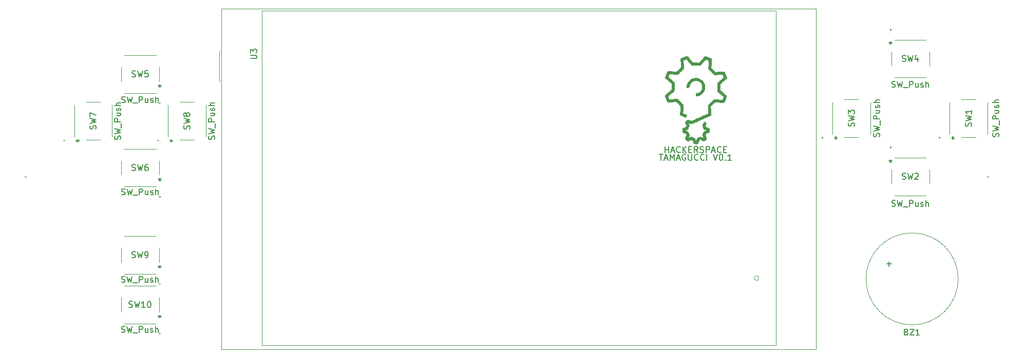
<source format=gto>
G04 #@! TF.GenerationSoftware,KiCad,Pcbnew,5.1.5+dfsg1-2build2*
G04 #@! TF.CreationDate,2022-03-26T13:12:08+01:00*
G04 #@! TF.ProjectId,spelkonsoll,7370656c-6b6f-46e7-936f-6c6c2e6b6963,rev?*
G04 #@! TF.SameCoordinates,Original*
G04 #@! TF.FileFunction,Legend,Top*
G04 #@! TF.FilePolarity,Positive*
%FSLAX46Y46*%
G04 Gerber Fmt 4.6, Leading zero omitted, Abs format (unit mm)*
G04 Created by KiCad (PCBNEW 5.1.5+dfsg1-2build2) date 2022-03-26 13:12:08*
%MOMM*%
%LPD*%
G04 APERTURE LIST*
%ADD10C,0.150000*%
%ADD11C,0.120000*%
%ADD12C,0.010000*%
G04 APERTURE END LIST*
D10*
X168648809Y-93432380D02*
X169220238Y-93432380D01*
X168934523Y-94432380D02*
X168934523Y-93432380D01*
X169505952Y-94146666D02*
X169982142Y-94146666D01*
X169410714Y-94432380D02*
X169744047Y-93432380D01*
X170077380Y-94432380D01*
X170410714Y-94432380D02*
X170410714Y-93432380D01*
X170744047Y-94146666D01*
X171077380Y-93432380D01*
X171077380Y-94432380D01*
X171505952Y-94146666D02*
X171982142Y-94146666D01*
X171410714Y-94432380D02*
X171744047Y-93432380D01*
X172077380Y-94432380D01*
X172934523Y-93480000D02*
X172839285Y-93432380D01*
X172696428Y-93432380D01*
X172553571Y-93480000D01*
X172458333Y-93575238D01*
X172410714Y-93670476D01*
X172363095Y-93860952D01*
X172363095Y-94003809D01*
X172410714Y-94194285D01*
X172458333Y-94289523D01*
X172553571Y-94384761D01*
X172696428Y-94432380D01*
X172791666Y-94432380D01*
X172934523Y-94384761D01*
X172982142Y-94337142D01*
X172982142Y-94003809D01*
X172791666Y-94003809D01*
X173410714Y-93432380D02*
X173410714Y-94241904D01*
X173458333Y-94337142D01*
X173505952Y-94384761D01*
X173601190Y-94432380D01*
X173791666Y-94432380D01*
X173886904Y-94384761D01*
X173934523Y-94337142D01*
X173982142Y-94241904D01*
X173982142Y-93432380D01*
X175029761Y-94337142D02*
X174982142Y-94384761D01*
X174839285Y-94432380D01*
X174744047Y-94432380D01*
X174601190Y-94384761D01*
X174505952Y-94289523D01*
X174458333Y-94194285D01*
X174410714Y-94003809D01*
X174410714Y-93860952D01*
X174458333Y-93670476D01*
X174505952Y-93575238D01*
X174601190Y-93480000D01*
X174744047Y-93432380D01*
X174839285Y-93432380D01*
X174982142Y-93480000D01*
X175029761Y-93527619D01*
X176029761Y-94337142D02*
X175982142Y-94384761D01*
X175839285Y-94432380D01*
X175744047Y-94432380D01*
X175601190Y-94384761D01*
X175505952Y-94289523D01*
X175458333Y-94194285D01*
X175410714Y-94003809D01*
X175410714Y-93860952D01*
X175458333Y-93670476D01*
X175505952Y-93575238D01*
X175601190Y-93480000D01*
X175744047Y-93432380D01*
X175839285Y-93432380D01*
X175982142Y-93480000D01*
X176029761Y-93527619D01*
X176458333Y-94432380D02*
X176458333Y-93432380D01*
X177553571Y-93432380D02*
X177886904Y-94432380D01*
X178220238Y-93432380D01*
X178744047Y-93432380D02*
X178839285Y-93432380D01*
X178934523Y-93480000D01*
X178982142Y-93527619D01*
X179029761Y-93622857D01*
X179077380Y-93813333D01*
X179077380Y-94051428D01*
X179029761Y-94241904D01*
X178982142Y-94337142D01*
X178934523Y-94384761D01*
X178839285Y-94432380D01*
X178744047Y-94432380D01*
X178648809Y-94384761D01*
X178601190Y-94337142D01*
X178553571Y-94241904D01*
X178505952Y-94051428D01*
X178505952Y-93813333D01*
X178553571Y-93622857D01*
X178601190Y-93527619D01*
X178648809Y-93480000D01*
X178744047Y-93432380D01*
X179505952Y-94337142D02*
X179553571Y-94384761D01*
X179505952Y-94432380D01*
X179458333Y-94384761D01*
X179505952Y-94337142D01*
X179505952Y-94432380D01*
X180505952Y-94432380D02*
X179934523Y-94432380D01*
X180220238Y-94432380D02*
X180220238Y-93432380D01*
X180125000Y-93575238D01*
X180029761Y-93670476D01*
X179934523Y-93718095D01*
X169601190Y-93162380D02*
X169601190Y-92162380D01*
X169601190Y-92638571D02*
X170172619Y-92638571D01*
X170172619Y-93162380D02*
X170172619Y-92162380D01*
X170601190Y-92876666D02*
X171077380Y-92876666D01*
X170505952Y-93162380D02*
X170839285Y-92162380D01*
X171172619Y-93162380D01*
X172077380Y-93067142D02*
X172029761Y-93114761D01*
X171886904Y-93162380D01*
X171791666Y-93162380D01*
X171648809Y-93114761D01*
X171553571Y-93019523D01*
X171505952Y-92924285D01*
X171458333Y-92733809D01*
X171458333Y-92590952D01*
X171505952Y-92400476D01*
X171553571Y-92305238D01*
X171648809Y-92210000D01*
X171791666Y-92162380D01*
X171886904Y-92162380D01*
X172029761Y-92210000D01*
X172077380Y-92257619D01*
X172505952Y-93162380D02*
X172505952Y-92162380D01*
X173077380Y-93162380D02*
X172648809Y-92590952D01*
X173077380Y-92162380D02*
X172505952Y-92733809D01*
X173505952Y-92638571D02*
X173839285Y-92638571D01*
X173982142Y-93162380D02*
X173505952Y-93162380D01*
X173505952Y-92162380D01*
X173982142Y-92162380D01*
X174982142Y-93162380D02*
X174648809Y-92686190D01*
X174410714Y-93162380D02*
X174410714Y-92162380D01*
X174791666Y-92162380D01*
X174886904Y-92210000D01*
X174934523Y-92257619D01*
X174982142Y-92352857D01*
X174982142Y-92495714D01*
X174934523Y-92590952D01*
X174886904Y-92638571D01*
X174791666Y-92686190D01*
X174410714Y-92686190D01*
X175363095Y-93114761D02*
X175505952Y-93162380D01*
X175744047Y-93162380D01*
X175839285Y-93114761D01*
X175886904Y-93067142D01*
X175934523Y-92971904D01*
X175934523Y-92876666D01*
X175886904Y-92781428D01*
X175839285Y-92733809D01*
X175744047Y-92686190D01*
X175553571Y-92638571D01*
X175458333Y-92590952D01*
X175410714Y-92543333D01*
X175363095Y-92448095D01*
X175363095Y-92352857D01*
X175410714Y-92257619D01*
X175458333Y-92210000D01*
X175553571Y-92162380D01*
X175791666Y-92162380D01*
X175934523Y-92210000D01*
X176363095Y-93162380D02*
X176363095Y-92162380D01*
X176744047Y-92162380D01*
X176839285Y-92210000D01*
X176886904Y-92257619D01*
X176934523Y-92352857D01*
X176934523Y-92495714D01*
X176886904Y-92590952D01*
X176839285Y-92638571D01*
X176744047Y-92686190D01*
X176363095Y-92686190D01*
X177315476Y-92876666D02*
X177791666Y-92876666D01*
X177220238Y-93162380D02*
X177553571Y-92162380D01*
X177886904Y-93162380D01*
X178791666Y-93067142D02*
X178744047Y-93114761D01*
X178601190Y-93162380D01*
X178505952Y-93162380D01*
X178363095Y-93114761D01*
X178267857Y-93019523D01*
X178220238Y-92924285D01*
X178172619Y-92733809D01*
X178172619Y-92590952D01*
X178220238Y-92400476D01*
X178267857Y-92305238D01*
X178363095Y-92210000D01*
X178505952Y-92162380D01*
X178601190Y-92162380D01*
X178744047Y-92210000D01*
X178791666Y-92257619D01*
X179220238Y-92638571D02*
X179553571Y-92638571D01*
X179696428Y-93162380D02*
X179220238Y-93162380D01*
X179220238Y-92162380D01*
X179696428Y-92162380D01*
D11*
X86408400Y-100461200D02*
G75*
G03X86408400Y-100461200I-127000J0D01*
G01*
X86158401Y-96841444D02*
X86158401Y-94500955D01*
X80423170Y-98798201D02*
X85639628Y-98798201D01*
X79904397Y-94500955D02*
X79904397Y-96841444D01*
X85639628Y-92544198D02*
X80423170Y-92544198D01*
D12*
G36*
X173183000Y-77221778D02*
G01*
X173227517Y-77239385D01*
X173269783Y-77270883D01*
X173288210Y-77289108D01*
X173299985Y-77302189D01*
X173321761Y-77327068D01*
X173352585Y-77362633D01*
X173391500Y-77407771D01*
X173437553Y-77461369D01*
X173489789Y-77522314D01*
X173547253Y-77589495D01*
X173608989Y-77661799D01*
X173674045Y-77738112D01*
X173740053Y-77815664D01*
X173806488Y-77893669D01*
X173869864Y-77967871D01*
X173929309Y-78037265D01*
X173983956Y-78100844D01*
X174032932Y-78157604D01*
X174075369Y-78206537D01*
X174110396Y-78246639D01*
X174137143Y-78276904D01*
X174154741Y-78296325D01*
X174162319Y-78303898D01*
X174162443Y-78303956D01*
X174172427Y-78304549D01*
X174197838Y-78305236D01*
X174237168Y-78305995D01*
X174288912Y-78306807D01*
X174351563Y-78307651D01*
X174423613Y-78308506D01*
X174503558Y-78309353D01*
X174589889Y-78310170D01*
X174676080Y-78310899D01*
X175180127Y-78314913D01*
X175632814Y-77802680D01*
X175724420Y-77699202D01*
X175805421Y-77608096D01*
X175876248Y-77528889D01*
X175937334Y-77461113D01*
X175989110Y-77404295D01*
X176032008Y-77357966D01*
X176066461Y-77321654D01*
X176092900Y-77294890D01*
X176111758Y-77277202D01*
X176123466Y-77268120D01*
X176123600Y-77268041D01*
X176148406Y-77255340D01*
X176172405Y-77248629D01*
X176202747Y-77246310D01*
X176220966Y-77246280D01*
X176234597Y-77246610D01*
X176247818Y-77247647D01*
X176262072Y-77249929D01*
X176278799Y-77253994D01*
X176299442Y-77260382D01*
X176325442Y-77269630D01*
X176358240Y-77282278D01*
X176399278Y-77298863D01*
X176449998Y-77319924D01*
X176511840Y-77345999D01*
X176586247Y-77377628D01*
X176674660Y-77415349D01*
X176682400Y-77418653D01*
X176760927Y-77452221D01*
X176835365Y-77484110D01*
X176904138Y-77513640D01*
X176965669Y-77540132D01*
X177018382Y-77562905D01*
X177060701Y-77581280D01*
X177091050Y-77594575D01*
X177107853Y-77602112D01*
X177109966Y-77603124D01*
X177155677Y-77635103D01*
X177191641Y-77678630D01*
X177214889Y-77729737D01*
X177219678Y-77749794D01*
X177219829Y-77762667D01*
X177218658Y-77791079D01*
X177216260Y-77833696D01*
X177212729Y-77889183D01*
X177208159Y-77956204D01*
X177202643Y-78033426D01*
X177196276Y-78119513D01*
X177189153Y-78213131D01*
X177181366Y-78312945D01*
X177173011Y-78417620D01*
X177169910Y-78455893D01*
X177114850Y-79132752D01*
X177158733Y-79179793D01*
X177173144Y-79194908D01*
X177198141Y-79220748D01*
X177232421Y-79255980D01*
X177274679Y-79299271D01*
X177323613Y-79349287D01*
X177377920Y-79404696D01*
X177436296Y-79464165D01*
X177497439Y-79526361D01*
X177518515Y-79547779D01*
X177834413Y-79868725D01*
X178490700Y-79828335D01*
X178595977Y-79821941D01*
X178697408Y-79815948D01*
X178793568Y-79810427D01*
X178883028Y-79805455D01*
X178964362Y-79801105D01*
X179036142Y-79797452D01*
X179096941Y-79794569D01*
X179145332Y-79792532D01*
X179179887Y-79791415D01*
X179199180Y-79791291D01*
X179200640Y-79791361D01*
X179256709Y-79802323D01*
X179304238Y-79827818D01*
X179343787Y-79867851D01*
X179350949Y-79880900D01*
X179363714Y-79908110D01*
X179381413Y-79947911D01*
X179403379Y-79998733D01*
X179428941Y-80059008D01*
X179457432Y-80127167D01*
X179488182Y-80201640D01*
X179520524Y-80280858D01*
X179534972Y-80316530D01*
X179572245Y-80408863D01*
X179603641Y-80486922D01*
X179629664Y-80552122D01*
X179650816Y-80605874D01*
X179667599Y-80649592D01*
X179680517Y-80684688D01*
X179690072Y-80712575D01*
X179696766Y-80734666D01*
X179701104Y-80752374D01*
X179703586Y-80767111D01*
X179704717Y-80780290D01*
X179704999Y-80793324D01*
X179705000Y-80794340D01*
X179705106Y-80811654D01*
X179704894Y-80827085D01*
X179703569Y-80841453D01*
X179700336Y-80855572D01*
X179694400Y-80870262D01*
X179684965Y-80886338D01*
X179671235Y-80904619D01*
X179652417Y-80925922D01*
X179627714Y-80951064D01*
X179596332Y-80980862D01*
X179557475Y-81016134D01*
X179510348Y-81057697D01*
X179454156Y-81106369D01*
X179388103Y-81162965D01*
X179311394Y-81228305D01*
X179223235Y-81303205D01*
X179146374Y-81368480D01*
X178622801Y-81813231D01*
X178617921Y-81883166D01*
X178616922Y-81905281D01*
X178615890Y-81942417D01*
X178614855Y-81992662D01*
X178613843Y-82054102D01*
X178612884Y-82124825D01*
X178612003Y-82202918D01*
X178611231Y-82286470D01*
X178610593Y-82373567D01*
X178610452Y-82396682D01*
X178607862Y-82840263D01*
X179117406Y-83291543D01*
X179197107Y-83362240D01*
X179273392Y-83430121D01*
X179345271Y-83494292D01*
X179411753Y-83553858D01*
X179471845Y-83607924D01*
X179524559Y-83655595D01*
X179568901Y-83695977D01*
X179603881Y-83728174D01*
X179628509Y-83751293D01*
X179641793Y-83764439D01*
X179643633Y-83766594D01*
X179668048Y-83815599D01*
X179678245Y-83870855D01*
X179677662Y-83899266D01*
X179674739Y-83914541D01*
X179667766Y-83937983D01*
X179656354Y-83970580D01*
X179640113Y-84013320D01*
X179618655Y-84067194D01*
X179591591Y-84133189D01*
X179558532Y-84212294D01*
X179519088Y-84305498D01*
X179502688Y-84344011D01*
X179469077Y-84422716D01*
X179437028Y-84497534D01*
X179407237Y-84566857D01*
X179380402Y-84629072D01*
X179357219Y-84682570D01*
X179338385Y-84725741D01*
X179324595Y-84756973D01*
X179316547Y-84774656D01*
X179315467Y-84776863D01*
X179283698Y-84821427D01*
X179240774Y-84853980D01*
X179188351Y-84873583D01*
X179134622Y-84879377D01*
X179117902Y-84878698D01*
X179085743Y-84876737D01*
X179039581Y-84873601D01*
X178980853Y-84869398D01*
X178910995Y-84864235D01*
X178831443Y-84858221D01*
X178743635Y-84851462D01*
X178649007Y-84844067D01*
X178548996Y-84836142D01*
X178445038Y-84827795D01*
X178439300Y-84827331D01*
X178317542Y-84817524D01*
X178211569Y-84809086D01*
X178120293Y-84801950D01*
X178042628Y-84796050D01*
X177977487Y-84791318D01*
X177923781Y-84787688D01*
X177880425Y-84785092D01*
X177846330Y-84783464D01*
X177820410Y-84782736D01*
X177801577Y-84782842D01*
X177788744Y-84783715D01*
X177780824Y-84785287D01*
X177777879Y-84786600D01*
X177768689Y-84794482D01*
X177748588Y-84813187D01*
X177718702Y-84841627D01*
X177680155Y-84878713D01*
X177634071Y-84923356D01*
X177581575Y-84974468D01*
X177523790Y-85030959D01*
X177461843Y-85091741D01*
X177406781Y-85145938D01*
X177053706Y-85493975D01*
X177095982Y-86177478D01*
X177103975Y-86306329D01*
X177110971Y-86419397D01*
X177116938Y-86517805D01*
X177121845Y-86602676D01*
X177125659Y-86675132D01*
X177128348Y-86736297D01*
X177129881Y-86787293D01*
X177130226Y-86829243D01*
X177129349Y-86863270D01*
X177127221Y-86890497D01*
X177123808Y-86912047D01*
X177119079Y-86929041D01*
X177113002Y-86942605D01*
X177105544Y-86953859D01*
X177096675Y-86963927D01*
X177086361Y-86973933D01*
X177074572Y-86984998D01*
X177072969Y-86986534D01*
X177063041Y-86995590D01*
X177051947Y-87004280D01*
X177038259Y-87013250D01*
X177020548Y-87023147D01*
X176997387Y-87034617D01*
X176967348Y-87048306D01*
X176929004Y-87064860D01*
X176880925Y-87084926D01*
X176821684Y-87109150D01*
X176749853Y-87138178D01*
X176664005Y-87172656D01*
X176644113Y-87180629D01*
X176570368Y-87210428D01*
X176494119Y-87241755D01*
X176414205Y-87275114D01*
X176329464Y-87311015D01*
X176238734Y-87349965D01*
X176140853Y-87392469D01*
X176034660Y-87439037D01*
X175918992Y-87490175D01*
X175792687Y-87546391D01*
X175654584Y-87608191D01*
X175503520Y-87676084D01*
X175338334Y-87750575D01*
X175327733Y-87755363D01*
X175132253Y-87843488D01*
X174950074Y-87925275D01*
X174781370Y-88000647D01*
X174626312Y-88069532D01*
X174485073Y-88131852D01*
X174357828Y-88187533D01*
X174244749Y-88236501D01*
X174146008Y-88278680D01*
X174061780Y-88313995D01*
X173992236Y-88342370D01*
X173937549Y-88363732D01*
X173897894Y-88378005D01*
X173879814Y-88383566D01*
X173858311Y-88388182D01*
X173836802Y-88389648D01*
X173813265Y-88387308D01*
X173785676Y-88380504D01*
X173752011Y-88368577D01*
X173710248Y-88350871D01*
X173658361Y-88326728D01*
X173594330Y-88295491D01*
X173566866Y-88281859D01*
X173506281Y-88251767D01*
X173459012Y-88228574D01*
X173423248Y-88211565D01*
X173397180Y-88200026D01*
X173378998Y-88193243D01*
X173366893Y-88190502D01*
X173359053Y-88191087D01*
X173353670Y-88194285D01*
X173351239Y-88196745D01*
X173347525Y-88202105D01*
X173346073Y-88209198D01*
X173347600Y-88219813D01*
X173352821Y-88235738D01*
X173362455Y-88258763D01*
X173377218Y-88290675D01*
X173397828Y-88333262D01*
X173425000Y-88388314D01*
X173440725Y-88419973D01*
X173471512Y-88482083D01*
X173495509Y-88531184D01*
X173513555Y-88569384D01*
X173526494Y-88598788D01*
X173535168Y-88621504D01*
X173540417Y-88639638D01*
X173543085Y-88655296D01*
X173544014Y-88670586D01*
X173544089Y-88678594D01*
X173543982Y-88696557D01*
X173542986Y-88711638D01*
X173540084Y-88726458D01*
X173534262Y-88743637D01*
X173524505Y-88765793D01*
X173509797Y-88795548D01*
X173489123Y-88835521D01*
X173466652Y-88878439D01*
X173421448Y-88974355D01*
X173384643Y-89074878D01*
X173367210Y-89133762D01*
X173355825Y-89170776D01*
X173343156Y-89205229D01*
X173331513Y-89230988D01*
X173328875Y-89235607D01*
X173315918Y-89254169D01*
X173300396Y-89270656D01*
X173280405Y-89286022D01*
X173254040Y-89301222D01*
X173219396Y-89317211D01*
X173174568Y-89334943D01*
X173117652Y-89355374D01*
X173046743Y-89379457D01*
X173032200Y-89384302D01*
X172968484Y-89405550D01*
X172919074Y-89422299D01*
X172882185Y-89435323D01*
X172856033Y-89445398D01*
X172838831Y-89453302D01*
X172828797Y-89459809D01*
X172824144Y-89465696D01*
X172823089Y-89471738D01*
X172823358Y-89475102D01*
X172825168Y-89481625D01*
X172830131Y-89487908D01*
X172840037Y-89494718D01*
X172856680Y-89502826D01*
X172881850Y-89512999D01*
X172917338Y-89526005D01*
X172964937Y-89542614D01*
X173026438Y-89563594D01*
X173041733Y-89568778D01*
X173109257Y-89591486D01*
X173164834Y-89610610D01*
X173210230Y-89627922D01*
X173247208Y-89645196D01*
X173277532Y-89664204D01*
X173302965Y-89686720D01*
X173325271Y-89714518D01*
X173346214Y-89749369D01*
X173367557Y-89793048D01*
X173391065Y-89847328D01*
X173418501Y-89913981D01*
X173441843Y-89971034D01*
X173473213Y-90046913D01*
X173498771Y-90109377D01*
X173518519Y-90160912D01*
X173532455Y-90204008D01*
X173540580Y-90241153D01*
X173542893Y-90274836D01*
X173539395Y-90307546D01*
X173530086Y-90341771D01*
X173514964Y-90380000D01*
X173494031Y-90424721D01*
X173467286Y-90478423D01*
X173441818Y-90529296D01*
X173411408Y-90590550D01*
X173387857Y-90638452D01*
X173370468Y-90674805D01*
X173358542Y-90701408D01*
X173351381Y-90720065D01*
X173348286Y-90732576D01*
X173348559Y-90740742D01*
X173351501Y-90746365D01*
X173355938Y-90750816D01*
X173361375Y-90755024D01*
X173367861Y-90757201D01*
X173377194Y-90756643D01*
X173391169Y-90752642D01*
X173411583Y-90744494D01*
X173440232Y-90731491D01*
X173478912Y-90712928D01*
X173529419Y-90688098D01*
X173582840Y-90661613D01*
X173644246Y-90630865D01*
X173694822Y-90605794D01*
X173737037Y-90586413D01*
X173773356Y-90572734D01*
X173806246Y-90564770D01*
X173838176Y-90562533D01*
X173871611Y-90566035D01*
X173909018Y-90575290D01*
X173952865Y-90590310D01*
X174005619Y-90611106D01*
X174069746Y-90637692D01*
X174133933Y-90664394D01*
X174209787Y-90696008D01*
X174271578Y-90722478D01*
X174321047Y-90744747D01*
X174359931Y-90763762D01*
X174389968Y-90780469D01*
X174412898Y-90795814D01*
X174430458Y-90810741D01*
X174444387Y-90826196D01*
X174452982Y-90837946D01*
X174460682Y-90853300D01*
X174472644Y-90882252D01*
X174487930Y-90922286D01*
X174505599Y-90970886D01*
X174524710Y-91025536D01*
X174540470Y-91072110D01*
X174561509Y-91135060D01*
X174578046Y-91183758D01*
X174590889Y-91220033D01*
X174600849Y-91245712D01*
X174608735Y-91262622D01*
X174615357Y-91272590D01*
X174621523Y-91277444D01*
X174628045Y-91279011D01*
X174632189Y-91279134D01*
X174639361Y-91278610D01*
X174645679Y-91275800D01*
X174651968Y-91268847D01*
X174659049Y-91255896D01*
X174667746Y-91235088D01*
X174678882Y-91204567D01*
X174693279Y-91162477D01*
X174711761Y-91106960D01*
X174721317Y-91078050D01*
X174745987Y-91004297D01*
X174766710Y-90944911D01*
X174784367Y-90898030D01*
X174799840Y-90861790D01*
X174814011Y-90834329D01*
X174827760Y-90813785D01*
X174841969Y-90798293D01*
X174857519Y-90785992D01*
X174860418Y-90784046D01*
X174876058Y-90775592D01*
X174905095Y-90761678D01*
X174945276Y-90743315D01*
X174994348Y-90721511D01*
X175050058Y-90697277D01*
X175110155Y-90671622D01*
X175128767Y-90663772D01*
X175204334Y-90631855D01*
X175266627Y-90605965D01*
X175318197Y-90586109D01*
X175361596Y-90572292D01*
X175399377Y-90564519D01*
X175434090Y-90562796D01*
X175468288Y-90567129D01*
X175504523Y-90577523D01*
X175545346Y-90593984D01*
X175593309Y-90616517D01*
X175650964Y-90645128D01*
X175690839Y-90665000D01*
X175761221Y-90700001D01*
X175817350Y-90727311D01*
X175859971Y-90746130D01*
X175889827Y-90755659D01*
X175907662Y-90755100D01*
X175914221Y-90743654D01*
X175910247Y-90720521D01*
X175896484Y-90684904D01*
X175873677Y-90636004D01*
X175842569Y-90573021D01*
X175819561Y-90526793D01*
X175715074Y-90316337D01*
X175718907Y-90262219D01*
X175721026Y-90243902D01*
X175725335Y-90223049D01*
X175732523Y-90197694D01*
X175743279Y-90165869D01*
X175758292Y-90125606D01*
X175778252Y-90074938D01*
X175803848Y-90011898D01*
X175822411Y-89966801D01*
X175853874Y-89891150D01*
X175880086Y-89829592D01*
X175901950Y-89780446D01*
X175920371Y-89742032D01*
X175936253Y-89712666D01*
X175950499Y-89690667D01*
X175964014Y-89674355D01*
X175977701Y-89662048D01*
X175991231Y-89652813D01*
X176006363Y-89645771D01*
X176035115Y-89634405D01*
X176075003Y-89619618D01*
X176123540Y-89602317D01*
X176178242Y-89583405D01*
X176227316Y-89566877D01*
X176290698Y-89545733D01*
X176339815Y-89529092D01*
X176376485Y-89516153D01*
X176402525Y-89506115D01*
X176419751Y-89498177D01*
X176429980Y-89491537D01*
X176435028Y-89485393D01*
X176436714Y-89478945D01*
X176436866Y-89474448D01*
X176436353Y-89467410D01*
X176433602Y-89461173D01*
X176426796Y-89454936D01*
X176414119Y-89447898D01*
X176393753Y-89439258D01*
X176363882Y-89428215D01*
X176322688Y-89413968D01*
X176268355Y-89395715D01*
X176227316Y-89382050D01*
X176164735Y-89360767D01*
X176107639Y-89340445D01*
X176058356Y-89321973D01*
X176019212Y-89306239D01*
X175992534Y-89294129D01*
X175983580Y-89289042D01*
X175970699Y-89279487D01*
X175958858Y-89268396D01*
X175947217Y-89254138D01*
X175934940Y-89235084D01*
X175921188Y-89209605D01*
X175905123Y-89176070D01*
X175885908Y-89132851D01*
X175862704Y-89078316D01*
X175834674Y-89010838D01*
X175811333Y-88954056D01*
X175783513Y-88885832D01*
X175761652Y-88831165D01*
X175745064Y-88788039D01*
X175733063Y-88754435D01*
X175724964Y-88728336D01*
X175720080Y-88707724D01*
X175717725Y-88690582D01*
X175717200Y-88677231D01*
X175717618Y-88663942D01*
X175719361Y-88650389D01*
X175723160Y-88634850D01*
X175729746Y-88615606D01*
X175739850Y-88590934D01*
X175754205Y-88559115D01*
X175773541Y-88518427D01*
X175798591Y-88467149D01*
X175830084Y-88403561D01*
X175853527Y-88356476D01*
X175884875Y-88293646D01*
X175913817Y-88235758D01*
X175939492Y-88184524D01*
X175961040Y-88141654D01*
X175977602Y-88108860D01*
X175988317Y-88087852D01*
X175992313Y-88080354D01*
X175999983Y-88083384D01*
X176020259Y-88092753D01*
X176050609Y-88107216D01*
X176088500Y-88125526D01*
X176131399Y-88146438D01*
X176176773Y-88168704D01*
X176222090Y-88191080D01*
X176264817Y-88212318D01*
X176302421Y-88231172D01*
X176332369Y-88246397D01*
X176352130Y-88256746D01*
X176359042Y-88260795D01*
X176356087Y-88268667D01*
X176346443Y-88289719D01*
X176331047Y-88322009D01*
X176310835Y-88363598D01*
X176286745Y-88412545D01*
X176259712Y-88466910D01*
X176255644Y-88475046D01*
X176149638Y-88686929D01*
X176259964Y-88955559D01*
X176495891Y-89034033D01*
X176572413Y-89059741D01*
X176634582Y-89081407D01*
X176684226Y-89099971D01*
X176723177Y-89116371D01*
X176753263Y-89131548D01*
X176776315Y-89146441D01*
X176794162Y-89161990D01*
X176808635Y-89179134D01*
X176821563Y-89198813D01*
X176823650Y-89202327D01*
X176847500Y-89242901D01*
X176850243Y-89454567D01*
X176850860Y-89536794D01*
X176850355Y-89602462D01*
X176848720Y-89651907D01*
X176845943Y-89685467D01*
X176843198Y-89700101D01*
X176822170Y-89748615D01*
X176790668Y-89790108D01*
X176754961Y-89818200D01*
X176737876Y-89826025D01*
X176707155Y-89838130D01*
X176665285Y-89853616D01*
X176614750Y-89871583D01*
X176558037Y-89891131D01*
X176497633Y-89911361D01*
X176496133Y-89911856D01*
X176437484Y-89931334D01*
X176384068Y-89949335D01*
X176338012Y-89965121D01*
X176301439Y-89977956D01*
X176276476Y-89987102D01*
X176265247Y-89991823D01*
X176264936Y-89992046D01*
X176259575Y-90001591D01*
X176249050Y-90024104D01*
X176234569Y-90056866D01*
X176217340Y-90097156D01*
X176203421Y-90130486D01*
X176148738Y-90262730D01*
X176264250Y-90493633D01*
X176297040Y-90559337D01*
X176322979Y-90611893D01*
X176342870Y-90653257D01*
X176357517Y-90685386D01*
X176367725Y-90710234D01*
X176374298Y-90729760D01*
X176378040Y-90745917D01*
X176379754Y-90760663D01*
X176380245Y-90775798D01*
X176379514Y-90802547D01*
X176375940Y-90826699D01*
X176368254Y-90850126D01*
X176355191Y-90874704D01*
X176335485Y-90902304D01*
X176307870Y-90934801D01*
X176271078Y-90974068D01*
X176223844Y-91021979D01*
X176193347Y-91052304D01*
X176146385Y-91098658D01*
X176109483Y-91134529D01*
X176080769Y-91161450D01*
X176058369Y-91180952D01*
X176040410Y-91194566D01*
X176025018Y-91203823D01*
X176010321Y-91210255D01*
X175994445Y-91215393D01*
X175993517Y-91215664D01*
X175941036Y-91225577D01*
X175906165Y-91224313D01*
X175886591Y-91218574D01*
X175853545Y-91205495D01*
X175808485Y-91185731D01*
X175752868Y-91159934D01*
X175688152Y-91128757D01*
X175642400Y-91106166D01*
X175416633Y-90993717D01*
X175146935Y-91106209D01*
X175068220Y-91342183D01*
X175047277Y-91403845D01*
X175026952Y-91461607D01*
X175008127Y-91513120D01*
X174991684Y-91556032D01*
X174978505Y-91587994D01*
X174969472Y-91606655D01*
X174968256Y-91608562D01*
X174932505Y-91646939D01*
X174887768Y-91675655D01*
X174861262Y-91685765D01*
X174842161Y-91688657D01*
X174809446Y-91690863D01*
X174766088Y-91692406D01*
X174715056Y-91693304D01*
X174659320Y-91693580D01*
X174601850Y-91693255D01*
X174545615Y-91692350D01*
X174493585Y-91690886D01*
X174448729Y-91688884D01*
X174414019Y-91686366D01*
X174392422Y-91683351D01*
X174389094Y-91682408D01*
X174352968Y-91663275D01*
X174317316Y-91634401D01*
X174288532Y-91601408D01*
X174278884Y-91585467D01*
X174272126Y-91569318D01*
X174260975Y-91539503D01*
X174246288Y-91498455D01*
X174228921Y-91448607D01*
X174209734Y-91392392D01*
X174189582Y-91332242D01*
X174188641Y-91329406D01*
X174114062Y-91104511D01*
X173842832Y-90992825D01*
X173613733Y-91107798D01*
X173548622Y-91140417D01*
X173496641Y-91166205D01*
X173455809Y-91185966D01*
X173424141Y-91200504D01*
X173399655Y-91210624D01*
X173380367Y-91217130D01*
X173364294Y-91220826D01*
X173349453Y-91222517D01*
X173333861Y-91223006D01*
X173329600Y-91223036D01*
X173300979Y-91221915D01*
X173274754Y-91217413D01*
X173249024Y-91208261D01*
X173221889Y-91193188D01*
X173191448Y-91170922D01*
X173155800Y-91140193D01*
X173113046Y-91099731D01*
X173061283Y-91048264D01*
X173047835Y-91034668D01*
X172997301Y-90982944D01*
X172957783Y-90940824D01*
X172928029Y-90906241D01*
X172906783Y-90877133D01*
X172892790Y-90851434D01*
X172884795Y-90827080D01*
X172881544Y-90802007D01*
X172881781Y-90774151D01*
X172882504Y-90762687D01*
X172884314Y-90746262D01*
X172887885Y-90729006D01*
X172894050Y-90708930D01*
X172903642Y-90684046D01*
X172917491Y-90652364D01*
X172936431Y-90611896D01*
X172961293Y-90560654D01*
X172992910Y-90496647D01*
X172998656Y-90485079D01*
X173111092Y-90258835D01*
X173058846Y-90131868D01*
X173040555Y-90088284D01*
X173023787Y-90049935D01*
X173009859Y-90019708D01*
X173000086Y-90000490D01*
X172996650Y-89995332D01*
X172986318Y-89990303D01*
X172961999Y-89980787D01*
X172925809Y-89967539D01*
X172879863Y-89951317D01*
X172826276Y-89932875D01*
X172767164Y-89912969D01*
X172752898Y-89908226D01*
X172677168Y-89882853D01*
X172615793Y-89861457D01*
X172566940Y-89843038D01*
X172528780Y-89826591D01*
X172499481Y-89811116D01*
X172477214Y-89795609D01*
X172460147Y-89779068D01*
X172446450Y-89760491D01*
X172434293Y-89738875D01*
X172430761Y-89731828D01*
X172424751Y-89719036D01*
X172420100Y-89706536D01*
X172416632Y-89692043D01*
X172414175Y-89673274D01*
X172412555Y-89647946D01*
X172411597Y-89613775D01*
X172411130Y-89568476D01*
X172410978Y-89509767D01*
X172410967Y-89471501D01*
X172410967Y-89251367D01*
X172436251Y-89205713D01*
X172458662Y-89172744D01*
X172484686Y-89145508D01*
X172494529Y-89137980D01*
X172511120Y-89129540D01*
X172541388Y-89116800D01*
X172582898Y-89100678D01*
X172633217Y-89082090D01*
X172689914Y-89061956D01*
X172750553Y-89041192D01*
X172756016Y-89039359D01*
X172984509Y-88962818D01*
X173011792Y-88886959D01*
X173028819Y-88842031D01*
X173048993Y-88792327D01*
X173068414Y-88747405D01*
X173071536Y-88740548D01*
X173103999Y-88669996D01*
X172992148Y-88444215D01*
X172959930Y-88378979D01*
X172934543Y-88326901D01*
X172915184Y-88286022D01*
X172901052Y-88254385D01*
X172891347Y-88230032D01*
X172885265Y-88211003D01*
X172882005Y-88195341D01*
X172880767Y-88181088D01*
X172880664Y-88171867D01*
X172882111Y-88144073D01*
X172886843Y-88118571D01*
X172896148Y-88093467D01*
X172911315Y-88066865D01*
X172933630Y-88036871D01*
X172964382Y-88001588D01*
X173004859Y-87959122D01*
X173056348Y-87907578D01*
X173068197Y-87895899D01*
X173121485Y-87843625D01*
X173166591Y-87801018D01*
X173205722Y-87767863D01*
X173241083Y-87743945D01*
X173274880Y-87729049D01*
X173309320Y-87722960D01*
X173346608Y-87725463D01*
X173388952Y-87736343D01*
X173438555Y-87755386D01*
X173497626Y-87782375D01*
X173568369Y-87817096D01*
X173618730Y-87842246D01*
X173844154Y-87954863D01*
X174008094Y-87888260D01*
X174037169Y-87876091D01*
X174080498Y-87857449D01*
X174136910Y-87832854D01*
X174205236Y-87802825D01*
X174284308Y-87767884D01*
X174372957Y-87728549D01*
X174470013Y-87685342D01*
X174574307Y-87638782D01*
X174684671Y-87589389D01*
X174799935Y-87537683D01*
X174918931Y-87484185D01*
X175040488Y-87429414D01*
X175107600Y-87399123D01*
X175295023Y-87314666D01*
X175471133Y-87235693D01*
X175635455Y-87162412D01*
X175787518Y-87095031D01*
X175926848Y-87033758D01*
X176052972Y-86978799D01*
X176165417Y-86930363D01*
X176263711Y-86888658D01*
X176347380Y-86853890D01*
X176379832Y-86840685D01*
X176716497Y-86704781D01*
X176711826Y-86653041D01*
X176710028Y-86630190D01*
X176707400Y-86592698D01*
X176704049Y-86542329D01*
X176700080Y-86480853D01*
X176695599Y-86410034D01*
X176690713Y-86331642D01*
X176685527Y-86247442D01*
X176680146Y-86159203D01*
X176674678Y-86068690D01*
X176669228Y-85977671D01*
X176663901Y-85887914D01*
X176658803Y-85801185D01*
X176654042Y-85719252D01*
X176649721Y-85643880D01*
X176645948Y-85576839D01*
X176642828Y-85519894D01*
X176640467Y-85474813D01*
X176638971Y-85443363D01*
X176638458Y-85428667D01*
X176640929Y-85374886D01*
X176650558Y-85333790D01*
X176652318Y-85329324D01*
X176657870Y-85319687D01*
X176668734Y-85305361D01*
X176685592Y-85285645D01*
X176709124Y-85259835D01*
X176740014Y-85227233D01*
X176778942Y-85187134D01*
X176826590Y-85138838D01*
X176883640Y-85081644D01*
X176950774Y-85014850D01*
X177028672Y-84937753D01*
X177118017Y-84849653D01*
X177125646Y-84842142D01*
X177210459Y-84758858D01*
X177289196Y-84681966D01*
X177361160Y-84612129D01*
X177425652Y-84550014D01*
X177481974Y-84496283D01*
X177529427Y-84451602D01*
X177567313Y-84416636D01*
X177594935Y-84392048D01*
X177611592Y-84378504D01*
X177615174Y-84376258D01*
X177642024Y-84365359D01*
X177667228Y-84357654D01*
X177670207Y-84357012D01*
X177682353Y-84356925D01*
X177710007Y-84358144D01*
X177751801Y-84360571D01*
X177806366Y-84364111D01*
X177872336Y-84368667D01*
X177948343Y-84374142D01*
X178033018Y-84380440D01*
X178124995Y-84387462D01*
X178222906Y-84395114D01*
X178325382Y-84403298D01*
X178329809Y-84403655D01*
X178432350Y-84411914D01*
X178530305Y-84419755D01*
X178622313Y-84427074D01*
X178707018Y-84433764D01*
X178783060Y-84439720D01*
X178849082Y-84444835D01*
X178903725Y-84449004D01*
X178945630Y-84452122D01*
X178973440Y-84454081D01*
X178985795Y-84454777D01*
X178985976Y-84454777D01*
X178992021Y-84453690D01*
X178998252Y-84449529D01*
X179005448Y-84440742D01*
X179014388Y-84425779D01*
X179025851Y-84403088D01*
X179040618Y-84371117D01*
X179059466Y-84328315D01*
X179083175Y-84273131D01*
X179112525Y-84204012D01*
X179115738Y-84196421D01*
X179141751Y-84134640D01*
X179165345Y-84077999D01*
X179185775Y-84028334D01*
X179202297Y-83987482D01*
X179214166Y-83957278D01*
X179220637Y-83939558D01*
X179221571Y-83935574D01*
X179211468Y-83926965D01*
X179190158Y-83908381D01*
X179158833Y-83880879D01*
X179118686Y-83845518D01*
X179070911Y-83803356D01*
X179016698Y-83755450D01*
X178957242Y-83702858D01*
X178893736Y-83646639D01*
X178827371Y-83587849D01*
X178759341Y-83527548D01*
X178690839Y-83466792D01*
X178623056Y-83406641D01*
X178557187Y-83348150D01*
X178494424Y-83292380D01*
X178435959Y-83240386D01*
X178382985Y-83193228D01*
X178336696Y-83151964D01*
X178298283Y-83117650D01*
X178268940Y-83091345D01*
X178249859Y-83074107D01*
X178242234Y-83066994D01*
X178242192Y-83066945D01*
X178231540Y-83051456D01*
X178217791Y-83028473D01*
X178213028Y-83019901D01*
X178208843Y-83011902D01*
X178205357Y-83003661D01*
X178202515Y-82993668D01*
X178200264Y-82980409D01*
X178198552Y-82962374D01*
X178197324Y-82938051D01*
X178196527Y-82905927D01*
X178196108Y-82864492D01*
X178196013Y-82812233D01*
X178196189Y-82747639D01*
X178196582Y-82669198D01*
X178197139Y-82575398D01*
X178197164Y-82571167D01*
X178197827Y-82477561D01*
X178198687Y-82379747D01*
X178199706Y-82280945D01*
X178200843Y-82184371D01*
X178202060Y-82093243D01*
X178203318Y-82010780D01*
X178204577Y-81940199D01*
X178205279Y-81906534D01*
X178206922Y-81834856D01*
X178208408Y-81778038D01*
X178209927Y-81734011D01*
X178211667Y-81700705D01*
X178213821Y-81676051D01*
X178216576Y-81657978D01*
X178220123Y-81644417D01*
X178224652Y-81633300D01*
X178230353Y-81622555D01*
X178231518Y-81620500D01*
X178239371Y-81610046D01*
X178254445Y-81593948D01*
X178277365Y-81571651D01*
X178308755Y-81542603D01*
X178349240Y-81506250D01*
X178399445Y-81462039D01*
X178459995Y-81409417D01*
X178531513Y-81347831D01*
X178614625Y-81276727D01*
X178709956Y-81195551D01*
X178742937Y-81167534D01*
X178821601Y-81100759D01*
X178896665Y-81037070D01*
X178967109Y-80977333D01*
X179031911Y-80922412D01*
X179090048Y-80873173D01*
X179140500Y-80830480D01*
X179182243Y-80795198D01*
X179214257Y-80768194D01*
X179235519Y-80750331D01*
X179245008Y-80742475D01*
X179245283Y-80742263D01*
X179247502Y-80737199D01*
X179246554Y-80726409D01*
X179241931Y-80708432D01*
X179233127Y-80681806D01*
X179219633Y-80645069D01*
X179200941Y-80596759D01*
X179176543Y-80535414D01*
X179154125Y-80479797D01*
X179129039Y-80417944D01*
X179105831Y-80360994D01*
X179085297Y-80310882D01*
X179068236Y-80269543D01*
X179055445Y-80238915D01*
X179047722Y-80220932D01*
X179045878Y-80217057D01*
X179037346Y-80215650D01*
X179014052Y-80215412D01*
X178975734Y-80216353D01*
X178922133Y-80218488D01*
X178852986Y-80221829D01*
X178768032Y-80226389D01*
X178667010Y-80232180D01*
X178549660Y-80239216D01*
X178415719Y-80247508D01*
X178396900Y-80248690D01*
X178293256Y-80255123D01*
X178193901Y-80261123D01*
X178100223Y-80266615D01*
X178013610Y-80271526D01*
X177935451Y-80275783D01*
X177867134Y-80279311D01*
X177810049Y-80282038D01*
X177765584Y-80283889D01*
X177735127Y-80284790D01*
X177720067Y-80284669D01*
X177719566Y-80284613D01*
X177690123Y-80277103D01*
X177659025Y-80264096D01*
X177651833Y-80260160D01*
X177640479Y-80250977D01*
X177618302Y-80230679D01*
X177586312Y-80200263D01*
X177545521Y-80160724D01*
X177496939Y-80113061D01*
X177441578Y-80058268D01*
X177380449Y-79997342D01*
X177314562Y-79931280D01*
X177244929Y-79861078D01*
X177174804Y-79790013D01*
X177088263Y-79702082D01*
X177012822Y-79625312D01*
X176947722Y-79558773D01*
X176892204Y-79501538D01*
X176845511Y-79452679D01*
X176806883Y-79411267D01*
X176775562Y-79376374D01*
X176750789Y-79347072D01*
X176731807Y-79322433D01*
X176717856Y-79301528D01*
X176708178Y-79283430D01*
X176702015Y-79267210D01*
X176698608Y-79251940D01*
X176697199Y-79236692D01*
X176697028Y-79220538D01*
X176697287Y-79205667D01*
X176698099Y-79189482D01*
X176700160Y-79158133D01*
X176703335Y-79113329D01*
X176707489Y-79056784D01*
X176712486Y-78990209D01*
X176718192Y-78915314D01*
X176724469Y-78833813D01*
X176731185Y-78747416D01*
X176738202Y-78657836D01*
X176745386Y-78566783D01*
X176752602Y-78475969D01*
X176759714Y-78387106D01*
X176766587Y-78301905D01*
X176773086Y-78222079D01*
X176779075Y-78149338D01*
X176784419Y-78085394D01*
X176788983Y-78031959D01*
X176792632Y-77990744D01*
X176795229Y-77963461D01*
X176796114Y-77955395D01*
X176800423Y-77920090D01*
X176548795Y-77812795D01*
X176487449Y-77786640D01*
X176430941Y-77762554D01*
X176381196Y-77741356D01*
X176340140Y-77723867D01*
X176309697Y-77710906D01*
X176291794Y-77703295D01*
X176287920Y-77701658D01*
X176280986Y-77707239D01*
X176263746Y-77724584D01*
X176237070Y-77752736D01*
X176201828Y-77790738D01*
X176158891Y-77837634D01*
X176109131Y-77892467D01*
X176053416Y-77954281D01*
X175992619Y-78022120D01*
X175927610Y-78095025D01*
X175859259Y-78172042D01*
X175842137Y-78191391D01*
X175772583Y-78269848D01*
X175705774Y-78344854D01*
X175642625Y-78415401D01*
X175584053Y-78480480D01*
X175530975Y-78539085D01*
X175484308Y-78590208D01*
X175444968Y-78632842D01*
X175413872Y-78665978D01*
X175391936Y-78688610D01*
X175380077Y-78699729D01*
X175378997Y-78700481D01*
X175353562Y-78713303D01*
X175329260Y-78722628D01*
X175328893Y-78722735D01*
X175316816Y-78723727D01*
X175289169Y-78724504D01*
X175247314Y-78725064D01*
X175192612Y-78725407D01*
X175126426Y-78725534D01*
X175050117Y-78725444D01*
X174965047Y-78725137D01*
X174872578Y-78724614D01*
X174774071Y-78723873D01*
X174670889Y-78722915D01*
X174659928Y-78722802D01*
X174014464Y-78716130D01*
X173969684Y-78694221D01*
X173960588Y-78689241D01*
X173950556Y-78682416D01*
X173938799Y-78672873D01*
X173924527Y-78659734D01*
X173906951Y-78642125D01*
X173885282Y-78619170D01*
X173858729Y-78589995D01*
X173826503Y-78553722D01*
X173787815Y-78509477D01*
X173741875Y-78456385D01*
X173687894Y-78393570D01*
X173625082Y-78320156D01*
X173552649Y-78235268D01*
X173498891Y-78172180D01*
X173418841Y-78078284D01*
X173348996Y-77996560D01*
X173288656Y-77926226D01*
X173237121Y-77866499D01*
X173193691Y-77816596D01*
X173157664Y-77775737D01*
X173128341Y-77743139D01*
X173105021Y-77718019D01*
X173087004Y-77699595D01*
X173073590Y-77687086D01*
X173064078Y-77679708D01*
X173057768Y-77676681D01*
X173055189Y-77676637D01*
X173043115Y-77680851D01*
X173017422Y-77690580D01*
X172980196Y-77705008D01*
X172933524Y-77723318D01*
X172879492Y-77744695D01*
X172820186Y-77768323D01*
X172796200Y-77777922D01*
X172728291Y-77805184D01*
X172674459Y-77827008D01*
X172633047Y-77844221D01*
X172602399Y-77857647D01*
X172580859Y-77868112D01*
X172566771Y-77876441D01*
X172558478Y-77883460D01*
X172554325Y-77889994D01*
X172552654Y-77896868D01*
X172552357Y-77899434D01*
X172552460Y-77911752D01*
X172553559Y-77939590D01*
X172555577Y-77981568D01*
X172558436Y-78036307D01*
X172562060Y-78102426D01*
X172566372Y-78178547D01*
X172571295Y-78263289D01*
X172576751Y-78355272D01*
X172582665Y-78453119D01*
X172588892Y-78554374D01*
X172596432Y-78675892D01*
X172602953Y-78781710D01*
X172608448Y-78873028D01*
X172612910Y-78951051D01*
X172616331Y-79016979D01*
X172618705Y-79072015D01*
X172620024Y-79117362D01*
X172620282Y-79154222D01*
X172619471Y-79183797D01*
X172617584Y-79207289D01*
X172614615Y-79225900D01*
X172610557Y-79240833D01*
X172605401Y-79253290D01*
X172599142Y-79264474D01*
X172591772Y-79275586D01*
X172584606Y-79285906D01*
X172574304Y-79298028D01*
X172553029Y-79320775D01*
X172521949Y-79352971D01*
X172482231Y-79393436D01*
X172435043Y-79440992D01*
X172381554Y-79494461D01*
X172322930Y-79552665D01*
X172260339Y-79614426D01*
X172210871Y-79662983D01*
X172117023Y-79754893D01*
X172034478Y-79835696D01*
X171962440Y-79906132D01*
X171900112Y-79966940D01*
X171846697Y-80018858D01*
X171801397Y-80062625D01*
X171763418Y-80098980D01*
X171731960Y-80128663D01*
X171706227Y-80152412D01*
X171685423Y-80170966D01*
X171668749Y-80185063D01*
X171655411Y-80195444D01*
X171644609Y-80202846D01*
X171635548Y-80208009D01*
X171627431Y-80211672D01*
X171619460Y-80214573D01*
X171613990Y-80216396D01*
X171605636Y-80218989D01*
X171596698Y-80221104D01*
X171585985Y-80222677D01*
X171572303Y-80223643D01*
X171554459Y-80223936D01*
X171531261Y-80223493D01*
X171501517Y-80222248D01*
X171464033Y-80220137D01*
X171417616Y-80217095D01*
X171361075Y-80213057D01*
X171293216Y-80207958D01*
X171212846Y-80201734D01*
X171118773Y-80194320D01*
X171009804Y-80185651D01*
X170928882Y-80179189D01*
X170825920Y-80171010D01*
X170727647Y-80163296D01*
X170635400Y-80156147D01*
X170550518Y-80149663D01*
X170474339Y-80143942D01*
X170408199Y-80139085D01*
X170353438Y-80135189D01*
X170311393Y-80132356D01*
X170283402Y-80130683D01*
X170270803Y-80130270D01*
X170270412Y-80130306D01*
X170263478Y-80135092D01*
X170253974Y-80148551D01*
X170241210Y-80172065D01*
X170224498Y-80207013D01*
X170203146Y-80254778D01*
X170176465Y-80316739D01*
X170171894Y-80327501D01*
X170147446Y-80385119D01*
X170123631Y-80441212D01*
X170101748Y-80492722D01*
X170083094Y-80536593D01*
X170068969Y-80569767D01*
X170063198Y-80583290D01*
X170037099Y-80644347D01*
X170529766Y-81079422D01*
X170630118Y-81168198D01*
X170718161Y-81246427D01*
X170794429Y-81314599D01*
X170859455Y-81373204D01*
X170913771Y-81422733D01*
X170957912Y-81463676D01*
X170992410Y-81496523D01*
X171017799Y-81521764D01*
X171034612Y-81539889D01*
X171043382Y-81551389D01*
X171043600Y-81551765D01*
X171064767Y-81589034D01*
X171061826Y-82190167D01*
X171061158Y-82318824D01*
X171060458Y-82431674D01*
X171059671Y-82529845D01*
X171058743Y-82614463D01*
X171057620Y-82686654D01*
X171056247Y-82747546D01*
X171054569Y-82798266D01*
X171052531Y-82839940D01*
X171050081Y-82873695D01*
X171047162Y-82900658D01*
X171043720Y-82921956D01*
X171039702Y-82938715D01*
X171035052Y-82952062D01*
X171029715Y-82963125D01*
X171023990Y-82972500D01*
X171013841Y-82983588D01*
X170991675Y-83004734D01*
X170958443Y-83035108D01*
X170915092Y-83073874D01*
X170862571Y-83120200D01*
X170801829Y-83173252D01*
X170733815Y-83232197D01*
X170659477Y-83296203D01*
X170579765Y-83364435D01*
X170512710Y-83421549D01*
X170434250Y-83488293D01*
X170359484Y-83552010D01*
X170289426Y-83611831D01*
X170225090Y-83666883D01*
X170167489Y-83716295D01*
X170117638Y-83759197D01*
X170076549Y-83794717D01*
X170045237Y-83821984D01*
X170024716Y-83840127D01*
X170015999Y-83848275D01*
X170015820Y-83848501D01*
X170016637Y-83860063D01*
X170024413Y-83886971D01*
X170039154Y-83929240D01*
X170060866Y-83986888D01*
X170089554Y-84059932D01*
X170113034Y-84118362D01*
X170217793Y-84377172D01*
X170260280Y-84373380D01*
X170275619Y-84372248D01*
X170306409Y-84370186D01*
X170351198Y-84367285D01*
X170408534Y-84363635D01*
X170476965Y-84359328D01*
X170555039Y-84354455D01*
X170641306Y-84349107D01*
X170734312Y-84343374D01*
X170832606Y-84337349D01*
X170917386Y-84332176D01*
X171041073Y-84324715D01*
X171148854Y-84318367D01*
X171241717Y-84313090D01*
X171320650Y-84308841D01*
X171386642Y-84305575D01*
X171440680Y-84303251D01*
X171483753Y-84301825D01*
X171516848Y-84301253D01*
X171540953Y-84301493D01*
X171557057Y-84302501D01*
X171564923Y-84303853D01*
X171605915Y-84320834D01*
X171649309Y-84350321D01*
X171696782Y-84393558D01*
X171722167Y-84420276D01*
X171737592Y-84436684D01*
X171763715Y-84463933D01*
X171799351Y-84500806D01*
X171843313Y-84546083D01*
X171894413Y-84598547D01*
X171951464Y-84656980D01*
X172013280Y-84720162D01*
X172078673Y-84786875D01*
X172146456Y-84855901D01*
X172158231Y-84867879D01*
X172235309Y-84946318D01*
X172301372Y-85013687D01*
X172357306Y-85070961D01*
X172404000Y-85119111D01*
X172442341Y-85159112D01*
X172473219Y-85191937D01*
X172497520Y-85218559D01*
X172516133Y-85239951D01*
X172529945Y-85257087D01*
X172539845Y-85270940D01*
X172546721Y-85282484D01*
X172551461Y-85292691D01*
X172554952Y-85302535D01*
X172555040Y-85302811D01*
X172557693Y-85311630D01*
X172559884Y-85320712D01*
X172561548Y-85331243D01*
X172562620Y-85344411D01*
X172563034Y-85361400D01*
X172562726Y-85383397D01*
X172561631Y-85411590D01*
X172559684Y-85447162D01*
X172556820Y-85491302D01*
X172552974Y-85545195D01*
X172548080Y-85610028D01*
X172542075Y-85686987D01*
X172534892Y-85777257D01*
X172526468Y-85882026D01*
X172516736Y-86002479D01*
X172516676Y-86003220D01*
X172507915Y-86112811D01*
X172499882Y-86215782D01*
X172492657Y-86310992D01*
X172486317Y-86397297D01*
X172480941Y-86473553D01*
X172476607Y-86538618D01*
X172473396Y-86591347D01*
X172471384Y-86630598D01*
X172470651Y-86655227D01*
X172471234Y-86664063D01*
X172480424Y-86668719D01*
X172503506Y-86679238D01*
X172538782Y-86694878D01*
X172584553Y-86714897D01*
X172639118Y-86738554D01*
X172700779Y-86765106D01*
X172767836Y-86793812D01*
X172791967Y-86804102D01*
X172860517Y-86833404D01*
X172924272Y-86860843D01*
X172981531Y-86885670D01*
X173030589Y-86907141D01*
X173069746Y-86924509D01*
X173097298Y-86937028D01*
X173111545Y-86943950D01*
X173113063Y-86944903D01*
X173112294Y-86954836D01*
X173105058Y-86978629D01*
X173091924Y-87014743D01*
X173073459Y-87061638D01*
X173050235Y-87117772D01*
X173042245Y-87136603D01*
X173020065Y-87188497D01*
X173000136Y-87234933D01*
X172983401Y-87273731D01*
X172970802Y-87302711D01*
X172963282Y-87319693D01*
X172961566Y-87323260D01*
X172953265Y-87320913D01*
X172931204Y-87312455D01*
X172897110Y-87298633D01*
X172852705Y-87280194D01*
X172799714Y-87257886D01*
X172739861Y-87232454D01*
X172674870Y-87204647D01*
X172606465Y-87175211D01*
X172536370Y-87144894D01*
X172466308Y-87114442D01*
X172398005Y-87084603D01*
X172333184Y-87056123D01*
X172273569Y-87029750D01*
X172220885Y-87006230D01*
X172176854Y-86986312D01*
X172143202Y-86970741D01*
X172121652Y-86960265D01*
X172114457Y-86956192D01*
X172079595Y-86919443D01*
X172055303Y-86872146D01*
X172043385Y-86818245D01*
X172042474Y-86799121D01*
X172043120Y-86782116D01*
X172045051Y-86749669D01*
X172048160Y-86703214D01*
X172052339Y-86644187D01*
X172057484Y-86574022D01*
X172063486Y-86494152D01*
X172070239Y-86406014D01*
X172077636Y-86311040D01*
X172085571Y-86210666D01*
X172093937Y-86106326D01*
X172094762Y-86096120D01*
X172147243Y-85447006D01*
X171788768Y-85082237D01*
X171711881Y-85004124D01*
X171645914Y-84937404D01*
X171590034Y-84881279D01*
X171543411Y-84834952D01*
X171505210Y-84797624D01*
X171474601Y-84768497D01*
X171450751Y-84746773D01*
X171432828Y-84731655D01*
X171419999Y-84722345D01*
X171411433Y-84718044D01*
X171408397Y-84717523D01*
X171396515Y-84718045D01*
X171369125Y-84719538D01*
X171327616Y-84721919D01*
X171273381Y-84725103D01*
X171207810Y-84729009D01*
X171132295Y-84733552D01*
X171048226Y-84738650D01*
X170956997Y-84744219D01*
X170859996Y-84750176D01*
X170772667Y-84755567D01*
X170670462Y-84761839D01*
X170571817Y-84767789D01*
X170478250Y-84773333D01*
X170391280Y-84778384D01*
X170312423Y-84782858D01*
X170243197Y-84786670D01*
X170185122Y-84789734D01*
X170139714Y-84791966D01*
X170108492Y-84793279D01*
X170094879Y-84793612D01*
X170031802Y-84787151D01*
X169978117Y-84768030D01*
X169935134Y-84736819D01*
X169917984Y-84716746D01*
X169910413Y-84702852D01*
X169897260Y-84674803D01*
X169879197Y-84634180D01*
X169856899Y-84582562D01*
X169831036Y-84521530D01*
X169802282Y-84452664D01*
X169771311Y-84377546D01*
X169738793Y-84297756D01*
X169723028Y-84258742D01*
X169551471Y-83833039D01*
X169555625Y-83774970D01*
X169559971Y-83737646D01*
X169568096Y-83710053D01*
X169582190Y-83685060D01*
X169584140Y-83682248D01*
X169593294Y-83672090D01*
X169612252Y-83653810D01*
X169641266Y-83627189D01*
X169680591Y-83592006D01*
X169730482Y-83548042D01*
X169791194Y-83495076D01*
X169862979Y-83432889D01*
X169946094Y-83361260D01*
X170040791Y-83279970D01*
X170147326Y-83188798D01*
X170265952Y-83087524D01*
X170396925Y-82975929D01*
X170540498Y-82853792D01*
X170617280Y-82788539D01*
X170643928Y-82765901D01*
X170649237Y-82253667D01*
X170654546Y-81741434D01*
X170138604Y-81286300D01*
X170042028Y-81201113D01*
X169957342Y-81126335D01*
X169883767Y-81061144D01*
X169820523Y-81004715D01*
X169766830Y-80956225D01*
X169721909Y-80914851D01*
X169684979Y-80879768D01*
X169655261Y-80850152D01*
X169631975Y-80825180D01*
X169614341Y-80804028D01*
X169601581Y-80785872D01*
X169592912Y-80769888D01*
X169587557Y-80755253D01*
X169584736Y-80741143D01*
X169583667Y-80726734D01*
X169583573Y-80711202D01*
X169583665Y-80700034D01*
X169584109Y-80687910D01*
X169585669Y-80674923D01*
X169588870Y-80659684D01*
X169594240Y-80640807D01*
X169602306Y-80616905D01*
X169613596Y-80586591D01*
X169628636Y-80548477D01*
X169647953Y-80501178D01*
X169672075Y-80443306D01*
X169701529Y-80373473D01*
X169736842Y-80290294D01*
X169760651Y-80234367D01*
X169794960Y-80154199D01*
X169827940Y-80077847D01*
X169858882Y-80006906D01*
X169887077Y-79942970D01*
X169911815Y-79887634D01*
X169932387Y-79842491D01*
X169948083Y-79809136D01*
X169958194Y-79789163D01*
X169960491Y-79785314D01*
X169996895Y-79746050D01*
X170043795Y-79719597D01*
X170099963Y-79706546D01*
X170127037Y-79705200D01*
X170145011Y-79705871D01*
X170178392Y-79707810D01*
X170225707Y-79710912D01*
X170285486Y-79715067D01*
X170356257Y-79720169D01*
X170436549Y-79726110D01*
X170524891Y-79732783D01*
X170619812Y-79740080D01*
X170719840Y-79747893D01*
X170819355Y-79755785D01*
X171452629Y-79806369D01*
X171631231Y-79633123D01*
X171686236Y-79579740D01*
X171749597Y-79518198D01*
X171817547Y-79452162D01*
X171886318Y-79385294D01*
X171952141Y-79321256D01*
X172008234Y-79266648D01*
X172206634Y-79073419D01*
X172166789Y-78421993D01*
X172160434Y-78317558D01*
X172154397Y-78217308D01*
X172148757Y-78122634D01*
X172143596Y-78034929D01*
X172138992Y-77955585D01*
X172135027Y-77885994D01*
X172131779Y-77827549D01*
X172129329Y-77781641D01*
X172127758Y-77749662D01*
X172127144Y-77733006D01*
X172127139Y-77732013D01*
X172134240Y-77687994D01*
X172152943Y-77642929D01*
X172179975Y-77603247D01*
X172204254Y-77580518D01*
X172218166Y-77572934D01*
X172246227Y-77559771D01*
X172286853Y-77541704D01*
X172338456Y-77519409D01*
X172399451Y-77493561D01*
X172468252Y-77464835D01*
X172543273Y-77433907D01*
X172622927Y-77401451D01*
X172659781Y-77386560D01*
X172753172Y-77348977D01*
X172832264Y-77317303D01*
X172898434Y-77291042D01*
X172953058Y-77269696D01*
X172997513Y-77252770D01*
X173033175Y-77239767D01*
X173061420Y-77230191D01*
X173083626Y-77223546D01*
X173101168Y-77219335D01*
X173115423Y-77217061D01*
X173127767Y-77216228D01*
X173132220Y-77216186D01*
X173183000Y-77221778D01*
G37*
X173183000Y-77221778D02*
X173227517Y-77239385D01*
X173269783Y-77270883D01*
X173288210Y-77289108D01*
X173299985Y-77302189D01*
X173321761Y-77327068D01*
X173352585Y-77362633D01*
X173391500Y-77407771D01*
X173437553Y-77461369D01*
X173489789Y-77522314D01*
X173547253Y-77589495D01*
X173608989Y-77661799D01*
X173674045Y-77738112D01*
X173740053Y-77815664D01*
X173806488Y-77893669D01*
X173869864Y-77967871D01*
X173929309Y-78037265D01*
X173983956Y-78100844D01*
X174032932Y-78157604D01*
X174075369Y-78206537D01*
X174110396Y-78246639D01*
X174137143Y-78276904D01*
X174154741Y-78296325D01*
X174162319Y-78303898D01*
X174162443Y-78303956D01*
X174172427Y-78304549D01*
X174197838Y-78305236D01*
X174237168Y-78305995D01*
X174288912Y-78306807D01*
X174351563Y-78307651D01*
X174423613Y-78308506D01*
X174503558Y-78309353D01*
X174589889Y-78310170D01*
X174676080Y-78310899D01*
X175180127Y-78314913D01*
X175632814Y-77802680D01*
X175724420Y-77699202D01*
X175805421Y-77608096D01*
X175876248Y-77528889D01*
X175937334Y-77461113D01*
X175989110Y-77404295D01*
X176032008Y-77357966D01*
X176066461Y-77321654D01*
X176092900Y-77294890D01*
X176111758Y-77277202D01*
X176123466Y-77268120D01*
X176123600Y-77268041D01*
X176148406Y-77255340D01*
X176172405Y-77248629D01*
X176202747Y-77246310D01*
X176220966Y-77246280D01*
X176234597Y-77246610D01*
X176247818Y-77247647D01*
X176262072Y-77249929D01*
X176278799Y-77253994D01*
X176299442Y-77260382D01*
X176325442Y-77269630D01*
X176358240Y-77282278D01*
X176399278Y-77298863D01*
X176449998Y-77319924D01*
X176511840Y-77345999D01*
X176586247Y-77377628D01*
X176674660Y-77415349D01*
X176682400Y-77418653D01*
X176760927Y-77452221D01*
X176835365Y-77484110D01*
X176904138Y-77513640D01*
X176965669Y-77540132D01*
X177018382Y-77562905D01*
X177060701Y-77581280D01*
X177091050Y-77594575D01*
X177107853Y-77602112D01*
X177109966Y-77603124D01*
X177155677Y-77635103D01*
X177191641Y-77678630D01*
X177214889Y-77729737D01*
X177219678Y-77749794D01*
X177219829Y-77762667D01*
X177218658Y-77791079D01*
X177216260Y-77833696D01*
X177212729Y-77889183D01*
X177208159Y-77956204D01*
X177202643Y-78033426D01*
X177196276Y-78119513D01*
X177189153Y-78213131D01*
X177181366Y-78312945D01*
X177173011Y-78417620D01*
X177169910Y-78455893D01*
X177114850Y-79132752D01*
X177158733Y-79179793D01*
X177173144Y-79194908D01*
X177198141Y-79220748D01*
X177232421Y-79255980D01*
X177274679Y-79299271D01*
X177323613Y-79349287D01*
X177377920Y-79404696D01*
X177436296Y-79464165D01*
X177497439Y-79526361D01*
X177518515Y-79547779D01*
X177834413Y-79868725D01*
X178490700Y-79828335D01*
X178595977Y-79821941D01*
X178697408Y-79815948D01*
X178793568Y-79810427D01*
X178883028Y-79805455D01*
X178964362Y-79801105D01*
X179036142Y-79797452D01*
X179096941Y-79794569D01*
X179145332Y-79792532D01*
X179179887Y-79791415D01*
X179199180Y-79791291D01*
X179200640Y-79791361D01*
X179256709Y-79802323D01*
X179304238Y-79827818D01*
X179343787Y-79867851D01*
X179350949Y-79880900D01*
X179363714Y-79908110D01*
X179381413Y-79947911D01*
X179403379Y-79998733D01*
X179428941Y-80059008D01*
X179457432Y-80127167D01*
X179488182Y-80201640D01*
X179520524Y-80280858D01*
X179534972Y-80316530D01*
X179572245Y-80408863D01*
X179603641Y-80486922D01*
X179629664Y-80552122D01*
X179650816Y-80605874D01*
X179667599Y-80649592D01*
X179680517Y-80684688D01*
X179690072Y-80712575D01*
X179696766Y-80734666D01*
X179701104Y-80752374D01*
X179703586Y-80767111D01*
X179704717Y-80780290D01*
X179704999Y-80793324D01*
X179705000Y-80794340D01*
X179705106Y-80811654D01*
X179704894Y-80827085D01*
X179703569Y-80841453D01*
X179700336Y-80855572D01*
X179694400Y-80870262D01*
X179684965Y-80886338D01*
X179671235Y-80904619D01*
X179652417Y-80925922D01*
X179627714Y-80951064D01*
X179596332Y-80980862D01*
X179557475Y-81016134D01*
X179510348Y-81057697D01*
X179454156Y-81106369D01*
X179388103Y-81162965D01*
X179311394Y-81228305D01*
X179223235Y-81303205D01*
X179146374Y-81368480D01*
X178622801Y-81813231D01*
X178617921Y-81883166D01*
X178616922Y-81905281D01*
X178615890Y-81942417D01*
X178614855Y-81992662D01*
X178613843Y-82054102D01*
X178612884Y-82124825D01*
X178612003Y-82202918D01*
X178611231Y-82286470D01*
X178610593Y-82373567D01*
X178610452Y-82396682D01*
X178607862Y-82840263D01*
X179117406Y-83291543D01*
X179197107Y-83362240D01*
X179273392Y-83430121D01*
X179345271Y-83494292D01*
X179411753Y-83553858D01*
X179471845Y-83607924D01*
X179524559Y-83655595D01*
X179568901Y-83695977D01*
X179603881Y-83728174D01*
X179628509Y-83751293D01*
X179641793Y-83764439D01*
X179643633Y-83766594D01*
X179668048Y-83815599D01*
X179678245Y-83870855D01*
X179677662Y-83899266D01*
X179674739Y-83914541D01*
X179667766Y-83937983D01*
X179656354Y-83970580D01*
X179640113Y-84013320D01*
X179618655Y-84067194D01*
X179591591Y-84133189D01*
X179558532Y-84212294D01*
X179519088Y-84305498D01*
X179502688Y-84344011D01*
X179469077Y-84422716D01*
X179437028Y-84497534D01*
X179407237Y-84566857D01*
X179380402Y-84629072D01*
X179357219Y-84682570D01*
X179338385Y-84725741D01*
X179324595Y-84756973D01*
X179316547Y-84774656D01*
X179315467Y-84776863D01*
X179283698Y-84821427D01*
X179240774Y-84853980D01*
X179188351Y-84873583D01*
X179134622Y-84879377D01*
X179117902Y-84878698D01*
X179085743Y-84876737D01*
X179039581Y-84873601D01*
X178980853Y-84869398D01*
X178910995Y-84864235D01*
X178831443Y-84858221D01*
X178743635Y-84851462D01*
X178649007Y-84844067D01*
X178548996Y-84836142D01*
X178445038Y-84827795D01*
X178439300Y-84827331D01*
X178317542Y-84817524D01*
X178211569Y-84809086D01*
X178120293Y-84801950D01*
X178042628Y-84796050D01*
X177977487Y-84791318D01*
X177923781Y-84787688D01*
X177880425Y-84785092D01*
X177846330Y-84783464D01*
X177820410Y-84782736D01*
X177801577Y-84782842D01*
X177788744Y-84783715D01*
X177780824Y-84785287D01*
X177777879Y-84786600D01*
X177768689Y-84794482D01*
X177748588Y-84813187D01*
X177718702Y-84841627D01*
X177680155Y-84878713D01*
X177634071Y-84923356D01*
X177581575Y-84974468D01*
X177523790Y-85030959D01*
X177461843Y-85091741D01*
X177406781Y-85145938D01*
X177053706Y-85493975D01*
X177095982Y-86177478D01*
X177103975Y-86306329D01*
X177110971Y-86419397D01*
X177116938Y-86517805D01*
X177121845Y-86602676D01*
X177125659Y-86675132D01*
X177128348Y-86736297D01*
X177129881Y-86787293D01*
X177130226Y-86829243D01*
X177129349Y-86863270D01*
X177127221Y-86890497D01*
X177123808Y-86912047D01*
X177119079Y-86929041D01*
X177113002Y-86942605D01*
X177105544Y-86953859D01*
X177096675Y-86963927D01*
X177086361Y-86973933D01*
X177074572Y-86984998D01*
X177072969Y-86986534D01*
X177063041Y-86995590D01*
X177051947Y-87004280D01*
X177038259Y-87013250D01*
X177020548Y-87023147D01*
X176997387Y-87034617D01*
X176967348Y-87048306D01*
X176929004Y-87064860D01*
X176880925Y-87084926D01*
X176821684Y-87109150D01*
X176749853Y-87138178D01*
X176664005Y-87172656D01*
X176644113Y-87180629D01*
X176570368Y-87210428D01*
X176494119Y-87241755D01*
X176414205Y-87275114D01*
X176329464Y-87311015D01*
X176238734Y-87349965D01*
X176140853Y-87392469D01*
X176034660Y-87439037D01*
X175918992Y-87490175D01*
X175792687Y-87546391D01*
X175654584Y-87608191D01*
X175503520Y-87676084D01*
X175338334Y-87750575D01*
X175327733Y-87755363D01*
X175132253Y-87843488D01*
X174950074Y-87925275D01*
X174781370Y-88000647D01*
X174626312Y-88069532D01*
X174485073Y-88131852D01*
X174357828Y-88187533D01*
X174244749Y-88236501D01*
X174146008Y-88278680D01*
X174061780Y-88313995D01*
X173992236Y-88342370D01*
X173937549Y-88363732D01*
X173897894Y-88378005D01*
X173879814Y-88383566D01*
X173858311Y-88388182D01*
X173836802Y-88389648D01*
X173813265Y-88387308D01*
X173785676Y-88380504D01*
X173752011Y-88368577D01*
X173710248Y-88350871D01*
X173658361Y-88326728D01*
X173594330Y-88295491D01*
X173566866Y-88281859D01*
X173506281Y-88251767D01*
X173459012Y-88228574D01*
X173423248Y-88211565D01*
X173397180Y-88200026D01*
X173378998Y-88193243D01*
X173366893Y-88190502D01*
X173359053Y-88191087D01*
X173353670Y-88194285D01*
X173351239Y-88196745D01*
X173347525Y-88202105D01*
X173346073Y-88209198D01*
X173347600Y-88219813D01*
X173352821Y-88235738D01*
X173362455Y-88258763D01*
X173377218Y-88290675D01*
X173397828Y-88333262D01*
X173425000Y-88388314D01*
X173440725Y-88419973D01*
X173471512Y-88482083D01*
X173495509Y-88531184D01*
X173513555Y-88569384D01*
X173526494Y-88598788D01*
X173535168Y-88621504D01*
X173540417Y-88639638D01*
X173543085Y-88655296D01*
X173544014Y-88670586D01*
X173544089Y-88678594D01*
X173543982Y-88696557D01*
X173542986Y-88711638D01*
X173540084Y-88726458D01*
X173534262Y-88743637D01*
X173524505Y-88765793D01*
X173509797Y-88795548D01*
X173489123Y-88835521D01*
X173466652Y-88878439D01*
X173421448Y-88974355D01*
X173384643Y-89074878D01*
X173367210Y-89133762D01*
X173355825Y-89170776D01*
X173343156Y-89205229D01*
X173331513Y-89230988D01*
X173328875Y-89235607D01*
X173315918Y-89254169D01*
X173300396Y-89270656D01*
X173280405Y-89286022D01*
X173254040Y-89301222D01*
X173219396Y-89317211D01*
X173174568Y-89334943D01*
X173117652Y-89355374D01*
X173046743Y-89379457D01*
X173032200Y-89384302D01*
X172968484Y-89405550D01*
X172919074Y-89422299D01*
X172882185Y-89435323D01*
X172856033Y-89445398D01*
X172838831Y-89453302D01*
X172828797Y-89459809D01*
X172824144Y-89465696D01*
X172823089Y-89471738D01*
X172823358Y-89475102D01*
X172825168Y-89481625D01*
X172830131Y-89487908D01*
X172840037Y-89494718D01*
X172856680Y-89502826D01*
X172881850Y-89512999D01*
X172917338Y-89526005D01*
X172964937Y-89542614D01*
X173026438Y-89563594D01*
X173041733Y-89568778D01*
X173109257Y-89591486D01*
X173164834Y-89610610D01*
X173210230Y-89627922D01*
X173247208Y-89645196D01*
X173277532Y-89664204D01*
X173302965Y-89686720D01*
X173325271Y-89714518D01*
X173346214Y-89749369D01*
X173367557Y-89793048D01*
X173391065Y-89847328D01*
X173418501Y-89913981D01*
X173441843Y-89971034D01*
X173473213Y-90046913D01*
X173498771Y-90109377D01*
X173518519Y-90160912D01*
X173532455Y-90204008D01*
X173540580Y-90241153D01*
X173542893Y-90274836D01*
X173539395Y-90307546D01*
X173530086Y-90341771D01*
X173514964Y-90380000D01*
X173494031Y-90424721D01*
X173467286Y-90478423D01*
X173441818Y-90529296D01*
X173411408Y-90590550D01*
X173387857Y-90638452D01*
X173370468Y-90674805D01*
X173358542Y-90701408D01*
X173351381Y-90720065D01*
X173348286Y-90732576D01*
X173348559Y-90740742D01*
X173351501Y-90746365D01*
X173355938Y-90750816D01*
X173361375Y-90755024D01*
X173367861Y-90757201D01*
X173377194Y-90756643D01*
X173391169Y-90752642D01*
X173411583Y-90744494D01*
X173440232Y-90731491D01*
X173478912Y-90712928D01*
X173529419Y-90688098D01*
X173582840Y-90661613D01*
X173644246Y-90630865D01*
X173694822Y-90605794D01*
X173737037Y-90586413D01*
X173773356Y-90572734D01*
X173806246Y-90564770D01*
X173838176Y-90562533D01*
X173871611Y-90566035D01*
X173909018Y-90575290D01*
X173952865Y-90590310D01*
X174005619Y-90611106D01*
X174069746Y-90637692D01*
X174133933Y-90664394D01*
X174209787Y-90696008D01*
X174271578Y-90722478D01*
X174321047Y-90744747D01*
X174359931Y-90763762D01*
X174389968Y-90780469D01*
X174412898Y-90795814D01*
X174430458Y-90810741D01*
X174444387Y-90826196D01*
X174452982Y-90837946D01*
X174460682Y-90853300D01*
X174472644Y-90882252D01*
X174487930Y-90922286D01*
X174505599Y-90970886D01*
X174524710Y-91025536D01*
X174540470Y-91072110D01*
X174561509Y-91135060D01*
X174578046Y-91183758D01*
X174590889Y-91220033D01*
X174600849Y-91245712D01*
X174608735Y-91262622D01*
X174615357Y-91272590D01*
X174621523Y-91277444D01*
X174628045Y-91279011D01*
X174632189Y-91279134D01*
X174639361Y-91278610D01*
X174645679Y-91275800D01*
X174651968Y-91268847D01*
X174659049Y-91255896D01*
X174667746Y-91235088D01*
X174678882Y-91204567D01*
X174693279Y-91162477D01*
X174711761Y-91106960D01*
X174721317Y-91078050D01*
X174745987Y-91004297D01*
X174766710Y-90944911D01*
X174784367Y-90898030D01*
X174799840Y-90861790D01*
X174814011Y-90834329D01*
X174827760Y-90813785D01*
X174841969Y-90798293D01*
X174857519Y-90785992D01*
X174860418Y-90784046D01*
X174876058Y-90775592D01*
X174905095Y-90761678D01*
X174945276Y-90743315D01*
X174994348Y-90721511D01*
X175050058Y-90697277D01*
X175110155Y-90671622D01*
X175128767Y-90663772D01*
X175204334Y-90631855D01*
X175266627Y-90605965D01*
X175318197Y-90586109D01*
X175361596Y-90572292D01*
X175399377Y-90564519D01*
X175434090Y-90562796D01*
X175468288Y-90567129D01*
X175504523Y-90577523D01*
X175545346Y-90593984D01*
X175593309Y-90616517D01*
X175650964Y-90645128D01*
X175690839Y-90665000D01*
X175761221Y-90700001D01*
X175817350Y-90727311D01*
X175859971Y-90746130D01*
X175889827Y-90755659D01*
X175907662Y-90755100D01*
X175914221Y-90743654D01*
X175910247Y-90720521D01*
X175896484Y-90684904D01*
X175873677Y-90636004D01*
X175842569Y-90573021D01*
X175819561Y-90526793D01*
X175715074Y-90316337D01*
X175718907Y-90262219D01*
X175721026Y-90243902D01*
X175725335Y-90223049D01*
X175732523Y-90197694D01*
X175743279Y-90165869D01*
X175758292Y-90125606D01*
X175778252Y-90074938D01*
X175803848Y-90011898D01*
X175822411Y-89966801D01*
X175853874Y-89891150D01*
X175880086Y-89829592D01*
X175901950Y-89780446D01*
X175920371Y-89742032D01*
X175936253Y-89712666D01*
X175950499Y-89690667D01*
X175964014Y-89674355D01*
X175977701Y-89662048D01*
X175991231Y-89652813D01*
X176006363Y-89645771D01*
X176035115Y-89634405D01*
X176075003Y-89619618D01*
X176123540Y-89602317D01*
X176178242Y-89583405D01*
X176227316Y-89566877D01*
X176290698Y-89545733D01*
X176339815Y-89529092D01*
X176376485Y-89516153D01*
X176402525Y-89506115D01*
X176419751Y-89498177D01*
X176429980Y-89491537D01*
X176435028Y-89485393D01*
X176436714Y-89478945D01*
X176436866Y-89474448D01*
X176436353Y-89467410D01*
X176433602Y-89461173D01*
X176426796Y-89454936D01*
X176414119Y-89447898D01*
X176393753Y-89439258D01*
X176363882Y-89428215D01*
X176322688Y-89413968D01*
X176268355Y-89395715D01*
X176227316Y-89382050D01*
X176164735Y-89360767D01*
X176107639Y-89340445D01*
X176058356Y-89321973D01*
X176019212Y-89306239D01*
X175992534Y-89294129D01*
X175983580Y-89289042D01*
X175970699Y-89279487D01*
X175958858Y-89268396D01*
X175947217Y-89254138D01*
X175934940Y-89235084D01*
X175921188Y-89209605D01*
X175905123Y-89176070D01*
X175885908Y-89132851D01*
X175862704Y-89078316D01*
X175834674Y-89010838D01*
X175811333Y-88954056D01*
X175783513Y-88885832D01*
X175761652Y-88831165D01*
X175745064Y-88788039D01*
X175733063Y-88754435D01*
X175724964Y-88728336D01*
X175720080Y-88707724D01*
X175717725Y-88690582D01*
X175717200Y-88677231D01*
X175717618Y-88663942D01*
X175719361Y-88650389D01*
X175723160Y-88634850D01*
X175729746Y-88615606D01*
X175739850Y-88590934D01*
X175754205Y-88559115D01*
X175773541Y-88518427D01*
X175798591Y-88467149D01*
X175830084Y-88403561D01*
X175853527Y-88356476D01*
X175884875Y-88293646D01*
X175913817Y-88235758D01*
X175939492Y-88184524D01*
X175961040Y-88141654D01*
X175977602Y-88108860D01*
X175988317Y-88087852D01*
X175992313Y-88080354D01*
X175999983Y-88083384D01*
X176020259Y-88092753D01*
X176050609Y-88107216D01*
X176088500Y-88125526D01*
X176131399Y-88146438D01*
X176176773Y-88168704D01*
X176222090Y-88191080D01*
X176264817Y-88212318D01*
X176302421Y-88231172D01*
X176332369Y-88246397D01*
X176352130Y-88256746D01*
X176359042Y-88260795D01*
X176356087Y-88268667D01*
X176346443Y-88289719D01*
X176331047Y-88322009D01*
X176310835Y-88363598D01*
X176286745Y-88412545D01*
X176259712Y-88466910D01*
X176255644Y-88475046D01*
X176149638Y-88686929D01*
X176259964Y-88955559D01*
X176495891Y-89034033D01*
X176572413Y-89059741D01*
X176634582Y-89081407D01*
X176684226Y-89099971D01*
X176723177Y-89116371D01*
X176753263Y-89131548D01*
X176776315Y-89146441D01*
X176794162Y-89161990D01*
X176808635Y-89179134D01*
X176821563Y-89198813D01*
X176823650Y-89202327D01*
X176847500Y-89242901D01*
X176850243Y-89454567D01*
X176850860Y-89536794D01*
X176850355Y-89602462D01*
X176848720Y-89651907D01*
X176845943Y-89685467D01*
X176843198Y-89700101D01*
X176822170Y-89748615D01*
X176790668Y-89790108D01*
X176754961Y-89818200D01*
X176737876Y-89826025D01*
X176707155Y-89838130D01*
X176665285Y-89853616D01*
X176614750Y-89871583D01*
X176558037Y-89891131D01*
X176497633Y-89911361D01*
X176496133Y-89911856D01*
X176437484Y-89931334D01*
X176384068Y-89949335D01*
X176338012Y-89965121D01*
X176301439Y-89977956D01*
X176276476Y-89987102D01*
X176265247Y-89991823D01*
X176264936Y-89992046D01*
X176259575Y-90001591D01*
X176249050Y-90024104D01*
X176234569Y-90056866D01*
X176217340Y-90097156D01*
X176203421Y-90130486D01*
X176148738Y-90262730D01*
X176264250Y-90493633D01*
X176297040Y-90559337D01*
X176322979Y-90611893D01*
X176342870Y-90653257D01*
X176357517Y-90685386D01*
X176367725Y-90710234D01*
X176374298Y-90729760D01*
X176378040Y-90745917D01*
X176379754Y-90760663D01*
X176380245Y-90775798D01*
X176379514Y-90802547D01*
X176375940Y-90826699D01*
X176368254Y-90850126D01*
X176355191Y-90874704D01*
X176335485Y-90902304D01*
X176307870Y-90934801D01*
X176271078Y-90974068D01*
X176223844Y-91021979D01*
X176193347Y-91052304D01*
X176146385Y-91098658D01*
X176109483Y-91134529D01*
X176080769Y-91161450D01*
X176058369Y-91180952D01*
X176040410Y-91194566D01*
X176025018Y-91203823D01*
X176010321Y-91210255D01*
X175994445Y-91215393D01*
X175993517Y-91215664D01*
X175941036Y-91225577D01*
X175906165Y-91224313D01*
X175886591Y-91218574D01*
X175853545Y-91205495D01*
X175808485Y-91185731D01*
X175752868Y-91159934D01*
X175688152Y-91128757D01*
X175642400Y-91106166D01*
X175416633Y-90993717D01*
X175146935Y-91106209D01*
X175068220Y-91342183D01*
X175047277Y-91403845D01*
X175026952Y-91461607D01*
X175008127Y-91513120D01*
X174991684Y-91556032D01*
X174978505Y-91587994D01*
X174969472Y-91606655D01*
X174968256Y-91608562D01*
X174932505Y-91646939D01*
X174887768Y-91675655D01*
X174861262Y-91685765D01*
X174842161Y-91688657D01*
X174809446Y-91690863D01*
X174766088Y-91692406D01*
X174715056Y-91693304D01*
X174659320Y-91693580D01*
X174601850Y-91693255D01*
X174545615Y-91692350D01*
X174493585Y-91690886D01*
X174448729Y-91688884D01*
X174414019Y-91686366D01*
X174392422Y-91683351D01*
X174389094Y-91682408D01*
X174352968Y-91663275D01*
X174317316Y-91634401D01*
X174288532Y-91601408D01*
X174278884Y-91585467D01*
X174272126Y-91569318D01*
X174260975Y-91539503D01*
X174246288Y-91498455D01*
X174228921Y-91448607D01*
X174209734Y-91392392D01*
X174189582Y-91332242D01*
X174188641Y-91329406D01*
X174114062Y-91104511D01*
X173842832Y-90992825D01*
X173613733Y-91107798D01*
X173548622Y-91140417D01*
X173496641Y-91166205D01*
X173455809Y-91185966D01*
X173424141Y-91200504D01*
X173399655Y-91210624D01*
X173380367Y-91217130D01*
X173364294Y-91220826D01*
X173349453Y-91222517D01*
X173333861Y-91223006D01*
X173329600Y-91223036D01*
X173300979Y-91221915D01*
X173274754Y-91217413D01*
X173249024Y-91208261D01*
X173221889Y-91193188D01*
X173191448Y-91170922D01*
X173155800Y-91140193D01*
X173113046Y-91099731D01*
X173061283Y-91048264D01*
X173047835Y-91034668D01*
X172997301Y-90982944D01*
X172957783Y-90940824D01*
X172928029Y-90906241D01*
X172906783Y-90877133D01*
X172892790Y-90851434D01*
X172884795Y-90827080D01*
X172881544Y-90802007D01*
X172881781Y-90774151D01*
X172882504Y-90762687D01*
X172884314Y-90746262D01*
X172887885Y-90729006D01*
X172894050Y-90708930D01*
X172903642Y-90684046D01*
X172917491Y-90652364D01*
X172936431Y-90611896D01*
X172961293Y-90560654D01*
X172992910Y-90496647D01*
X172998656Y-90485079D01*
X173111092Y-90258835D01*
X173058846Y-90131868D01*
X173040555Y-90088284D01*
X173023787Y-90049935D01*
X173009859Y-90019708D01*
X173000086Y-90000490D01*
X172996650Y-89995332D01*
X172986318Y-89990303D01*
X172961999Y-89980787D01*
X172925809Y-89967539D01*
X172879863Y-89951317D01*
X172826276Y-89932875D01*
X172767164Y-89912969D01*
X172752898Y-89908226D01*
X172677168Y-89882853D01*
X172615793Y-89861457D01*
X172566940Y-89843038D01*
X172528780Y-89826591D01*
X172499481Y-89811116D01*
X172477214Y-89795609D01*
X172460147Y-89779068D01*
X172446450Y-89760491D01*
X172434293Y-89738875D01*
X172430761Y-89731828D01*
X172424751Y-89719036D01*
X172420100Y-89706536D01*
X172416632Y-89692043D01*
X172414175Y-89673274D01*
X172412555Y-89647946D01*
X172411597Y-89613775D01*
X172411130Y-89568476D01*
X172410978Y-89509767D01*
X172410967Y-89471501D01*
X172410967Y-89251367D01*
X172436251Y-89205713D01*
X172458662Y-89172744D01*
X172484686Y-89145508D01*
X172494529Y-89137980D01*
X172511120Y-89129540D01*
X172541388Y-89116800D01*
X172582898Y-89100678D01*
X172633217Y-89082090D01*
X172689914Y-89061956D01*
X172750553Y-89041192D01*
X172756016Y-89039359D01*
X172984509Y-88962818D01*
X173011792Y-88886959D01*
X173028819Y-88842031D01*
X173048993Y-88792327D01*
X173068414Y-88747405D01*
X173071536Y-88740548D01*
X173103999Y-88669996D01*
X172992148Y-88444215D01*
X172959930Y-88378979D01*
X172934543Y-88326901D01*
X172915184Y-88286022D01*
X172901052Y-88254385D01*
X172891347Y-88230032D01*
X172885265Y-88211003D01*
X172882005Y-88195341D01*
X172880767Y-88181088D01*
X172880664Y-88171867D01*
X172882111Y-88144073D01*
X172886843Y-88118571D01*
X172896148Y-88093467D01*
X172911315Y-88066865D01*
X172933630Y-88036871D01*
X172964382Y-88001588D01*
X173004859Y-87959122D01*
X173056348Y-87907578D01*
X173068197Y-87895899D01*
X173121485Y-87843625D01*
X173166591Y-87801018D01*
X173205722Y-87767863D01*
X173241083Y-87743945D01*
X173274880Y-87729049D01*
X173309320Y-87722960D01*
X173346608Y-87725463D01*
X173388952Y-87736343D01*
X173438555Y-87755386D01*
X173497626Y-87782375D01*
X173568369Y-87817096D01*
X173618730Y-87842246D01*
X173844154Y-87954863D01*
X174008094Y-87888260D01*
X174037169Y-87876091D01*
X174080498Y-87857449D01*
X174136910Y-87832854D01*
X174205236Y-87802825D01*
X174284308Y-87767884D01*
X174372957Y-87728549D01*
X174470013Y-87685342D01*
X174574307Y-87638782D01*
X174684671Y-87589389D01*
X174799935Y-87537683D01*
X174918931Y-87484185D01*
X175040488Y-87429414D01*
X175107600Y-87399123D01*
X175295023Y-87314666D01*
X175471133Y-87235693D01*
X175635455Y-87162412D01*
X175787518Y-87095031D01*
X175926848Y-87033758D01*
X176052972Y-86978799D01*
X176165417Y-86930363D01*
X176263711Y-86888658D01*
X176347380Y-86853890D01*
X176379832Y-86840685D01*
X176716497Y-86704781D01*
X176711826Y-86653041D01*
X176710028Y-86630190D01*
X176707400Y-86592698D01*
X176704049Y-86542329D01*
X176700080Y-86480853D01*
X176695599Y-86410034D01*
X176690713Y-86331642D01*
X176685527Y-86247442D01*
X176680146Y-86159203D01*
X176674678Y-86068690D01*
X176669228Y-85977671D01*
X176663901Y-85887914D01*
X176658803Y-85801185D01*
X176654042Y-85719252D01*
X176649721Y-85643880D01*
X176645948Y-85576839D01*
X176642828Y-85519894D01*
X176640467Y-85474813D01*
X176638971Y-85443363D01*
X176638458Y-85428667D01*
X176640929Y-85374886D01*
X176650558Y-85333790D01*
X176652318Y-85329324D01*
X176657870Y-85319687D01*
X176668734Y-85305361D01*
X176685592Y-85285645D01*
X176709124Y-85259835D01*
X176740014Y-85227233D01*
X176778942Y-85187134D01*
X176826590Y-85138838D01*
X176883640Y-85081644D01*
X176950774Y-85014850D01*
X177028672Y-84937753D01*
X177118017Y-84849653D01*
X177125646Y-84842142D01*
X177210459Y-84758858D01*
X177289196Y-84681966D01*
X177361160Y-84612129D01*
X177425652Y-84550014D01*
X177481974Y-84496283D01*
X177529427Y-84451602D01*
X177567313Y-84416636D01*
X177594935Y-84392048D01*
X177611592Y-84378504D01*
X177615174Y-84376258D01*
X177642024Y-84365359D01*
X177667228Y-84357654D01*
X177670207Y-84357012D01*
X177682353Y-84356925D01*
X177710007Y-84358144D01*
X177751801Y-84360571D01*
X177806366Y-84364111D01*
X177872336Y-84368667D01*
X177948343Y-84374142D01*
X178033018Y-84380440D01*
X178124995Y-84387462D01*
X178222906Y-84395114D01*
X178325382Y-84403298D01*
X178329809Y-84403655D01*
X178432350Y-84411914D01*
X178530305Y-84419755D01*
X178622313Y-84427074D01*
X178707018Y-84433764D01*
X178783060Y-84439720D01*
X178849082Y-84444835D01*
X178903725Y-84449004D01*
X178945630Y-84452122D01*
X178973440Y-84454081D01*
X178985795Y-84454777D01*
X178985976Y-84454777D01*
X178992021Y-84453690D01*
X178998252Y-84449529D01*
X179005448Y-84440742D01*
X179014388Y-84425779D01*
X179025851Y-84403088D01*
X179040618Y-84371117D01*
X179059466Y-84328315D01*
X179083175Y-84273131D01*
X179112525Y-84204012D01*
X179115738Y-84196421D01*
X179141751Y-84134640D01*
X179165345Y-84077999D01*
X179185775Y-84028334D01*
X179202297Y-83987482D01*
X179214166Y-83957278D01*
X179220637Y-83939558D01*
X179221571Y-83935574D01*
X179211468Y-83926965D01*
X179190158Y-83908381D01*
X179158833Y-83880879D01*
X179118686Y-83845518D01*
X179070911Y-83803356D01*
X179016698Y-83755450D01*
X178957242Y-83702858D01*
X178893736Y-83646639D01*
X178827371Y-83587849D01*
X178759341Y-83527548D01*
X178690839Y-83466792D01*
X178623056Y-83406641D01*
X178557187Y-83348150D01*
X178494424Y-83292380D01*
X178435959Y-83240386D01*
X178382985Y-83193228D01*
X178336696Y-83151964D01*
X178298283Y-83117650D01*
X178268940Y-83091345D01*
X178249859Y-83074107D01*
X178242234Y-83066994D01*
X178242192Y-83066945D01*
X178231540Y-83051456D01*
X178217791Y-83028473D01*
X178213028Y-83019901D01*
X178208843Y-83011902D01*
X178205357Y-83003661D01*
X178202515Y-82993668D01*
X178200264Y-82980409D01*
X178198552Y-82962374D01*
X178197324Y-82938051D01*
X178196527Y-82905927D01*
X178196108Y-82864492D01*
X178196013Y-82812233D01*
X178196189Y-82747639D01*
X178196582Y-82669198D01*
X178197139Y-82575398D01*
X178197164Y-82571167D01*
X178197827Y-82477561D01*
X178198687Y-82379747D01*
X178199706Y-82280945D01*
X178200843Y-82184371D01*
X178202060Y-82093243D01*
X178203318Y-82010780D01*
X178204577Y-81940199D01*
X178205279Y-81906534D01*
X178206922Y-81834856D01*
X178208408Y-81778038D01*
X178209927Y-81734011D01*
X178211667Y-81700705D01*
X178213821Y-81676051D01*
X178216576Y-81657978D01*
X178220123Y-81644417D01*
X178224652Y-81633300D01*
X178230353Y-81622555D01*
X178231518Y-81620500D01*
X178239371Y-81610046D01*
X178254445Y-81593948D01*
X178277365Y-81571651D01*
X178308755Y-81542603D01*
X178349240Y-81506250D01*
X178399445Y-81462039D01*
X178459995Y-81409417D01*
X178531513Y-81347831D01*
X178614625Y-81276727D01*
X178709956Y-81195551D01*
X178742937Y-81167534D01*
X178821601Y-81100759D01*
X178896665Y-81037070D01*
X178967109Y-80977333D01*
X179031911Y-80922412D01*
X179090048Y-80873173D01*
X179140500Y-80830480D01*
X179182243Y-80795198D01*
X179214257Y-80768194D01*
X179235519Y-80750331D01*
X179245008Y-80742475D01*
X179245283Y-80742263D01*
X179247502Y-80737199D01*
X179246554Y-80726409D01*
X179241931Y-80708432D01*
X179233127Y-80681806D01*
X179219633Y-80645069D01*
X179200941Y-80596759D01*
X179176543Y-80535414D01*
X179154125Y-80479797D01*
X179129039Y-80417944D01*
X179105831Y-80360994D01*
X179085297Y-80310882D01*
X179068236Y-80269543D01*
X179055445Y-80238915D01*
X179047722Y-80220932D01*
X179045878Y-80217057D01*
X179037346Y-80215650D01*
X179014052Y-80215412D01*
X178975734Y-80216353D01*
X178922133Y-80218488D01*
X178852986Y-80221829D01*
X178768032Y-80226389D01*
X178667010Y-80232180D01*
X178549660Y-80239216D01*
X178415719Y-80247508D01*
X178396900Y-80248690D01*
X178293256Y-80255123D01*
X178193901Y-80261123D01*
X178100223Y-80266615D01*
X178013610Y-80271526D01*
X177935451Y-80275783D01*
X177867134Y-80279311D01*
X177810049Y-80282038D01*
X177765584Y-80283889D01*
X177735127Y-80284790D01*
X177720067Y-80284669D01*
X177719566Y-80284613D01*
X177690123Y-80277103D01*
X177659025Y-80264096D01*
X177651833Y-80260160D01*
X177640479Y-80250977D01*
X177618302Y-80230679D01*
X177586312Y-80200263D01*
X177545521Y-80160724D01*
X177496939Y-80113061D01*
X177441578Y-80058268D01*
X177380449Y-79997342D01*
X177314562Y-79931280D01*
X177244929Y-79861078D01*
X177174804Y-79790013D01*
X177088263Y-79702082D01*
X177012822Y-79625312D01*
X176947722Y-79558773D01*
X176892204Y-79501538D01*
X176845511Y-79452679D01*
X176806883Y-79411267D01*
X176775562Y-79376374D01*
X176750789Y-79347072D01*
X176731807Y-79322433D01*
X176717856Y-79301528D01*
X176708178Y-79283430D01*
X176702015Y-79267210D01*
X176698608Y-79251940D01*
X176697199Y-79236692D01*
X176697028Y-79220538D01*
X176697287Y-79205667D01*
X176698099Y-79189482D01*
X176700160Y-79158133D01*
X176703335Y-79113329D01*
X176707489Y-79056784D01*
X176712486Y-78990209D01*
X176718192Y-78915314D01*
X176724469Y-78833813D01*
X176731185Y-78747416D01*
X176738202Y-78657836D01*
X176745386Y-78566783D01*
X176752602Y-78475969D01*
X176759714Y-78387106D01*
X176766587Y-78301905D01*
X176773086Y-78222079D01*
X176779075Y-78149338D01*
X176784419Y-78085394D01*
X176788983Y-78031959D01*
X176792632Y-77990744D01*
X176795229Y-77963461D01*
X176796114Y-77955395D01*
X176800423Y-77920090D01*
X176548795Y-77812795D01*
X176487449Y-77786640D01*
X176430941Y-77762554D01*
X176381196Y-77741356D01*
X176340140Y-77723867D01*
X176309697Y-77710906D01*
X176291794Y-77703295D01*
X176287920Y-77701658D01*
X176280986Y-77707239D01*
X176263746Y-77724584D01*
X176237070Y-77752736D01*
X176201828Y-77790738D01*
X176158891Y-77837634D01*
X176109131Y-77892467D01*
X176053416Y-77954281D01*
X175992619Y-78022120D01*
X175927610Y-78095025D01*
X175859259Y-78172042D01*
X175842137Y-78191391D01*
X175772583Y-78269848D01*
X175705774Y-78344854D01*
X175642625Y-78415401D01*
X175584053Y-78480480D01*
X175530975Y-78539085D01*
X175484308Y-78590208D01*
X175444968Y-78632842D01*
X175413872Y-78665978D01*
X175391936Y-78688610D01*
X175380077Y-78699729D01*
X175378997Y-78700481D01*
X175353562Y-78713303D01*
X175329260Y-78722628D01*
X175328893Y-78722735D01*
X175316816Y-78723727D01*
X175289169Y-78724504D01*
X175247314Y-78725064D01*
X175192612Y-78725407D01*
X175126426Y-78725534D01*
X175050117Y-78725444D01*
X174965047Y-78725137D01*
X174872578Y-78724614D01*
X174774071Y-78723873D01*
X174670889Y-78722915D01*
X174659928Y-78722802D01*
X174014464Y-78716130D01*
X173969684Y-78694221D01*
X173960588Y-78689241D01*
X173950556Y-78682416D01*
X173938799Y-78672873D01*
X173924527Y-78659734D01*
X173906951Y-78642125D01*
X173885282Y-78619170D01*
X173858729Y-78589995D01*
X173826503Y-78553722D01*
X173787815Y-78509477D01*
X173741875Y-78456385D01*
X173687894Y-78393570D01*
X173625082Y-78320156D01*
X173552649Y-78235268D01*
X173498891Y-78172180D01*
X173418841Y-78078284D01*
X173348996Y-77996560D01*
X173288656Y-77926226D01*
X173237121Y-77866499D01*
X173193691Y-77816596D01*
X173157664Y-77775737D01*
X173128341Y-77743139D01*
X173105021Y-77718019D01*
X173087004Y-77699595D01*
X173073590Y-77687086D01*
X173064078Y-77679708D01*
X173057768Y-77676681D01*
X173055189Y-77676637D01*
X173043115Y-77680851D01*
X173017422Y-77690580D01*
X172980196Y-77705008D01*
X172933524Y-77723318D01*
X172879492Y-77744695D01*
X172820186Y-77768323D01*
X172796200Y-77777922D01*
X172728291Y-77805184D01*
X172674459Y-77827008D01*
X172633047Y-77844221D01*
X172602399Y-77857647D01*
X172580859Y-77868112D01*
X172566771Y-77876441D01*
X172558478Y-77883460D01*
X172554325Y-77889994D01*
X172552654Y-77896868D01*
X172552357Y-77899434D01*
X172552460Y-77911752D01*
X172553559Y-77939590D01*
X172555577Y-77981568D01*
X172558436Y-78036307D01*
X172562060Y-78102426D01*
X172566372Y-78178547D01*
X172571295Y-78263289D01*
X172576751Y-78355272D01*
X172582665Y-78453119D01*
X172588892Y-78554374D01*
X172596432Y-78675892D01*
X172602953Y-78781710D01*
X172608448Y-78873028D01*
X172612910Y-78951051D01*
X172616331Y-79016979D01*
X172618705Y-79072015D01*
X172620024Y-79117362D01*
X172620282Y-79154222D01*
X172619471Y-79183797D01*
X172617584Y-79207289D01*
X172614615Y-79225900D01*
X172610557Y-79240833D01*
X172605401Y-79253290D01*
X172599142Y-79264474D01*
X172591772Y-79275586D01*
X172584606Y-79285906D01*
X172574304Y-79298028D01*
X172553029Y-79320775D01*
X172521949Y-79352971D01*
X172482231Y-79393436D01*
X172435043Y-79440992D01*
X172381554Y-79494461D01*
X172322930Y-79552665D01*
X172260339Y-79614426D01*
X172210871Y-79662983D01*
X172117023Y-79754893D01*
X172034478Y-79835696D01*
X171962440Y-79906132D01*
X171900112Y-79966940D01*
X171846697Y-80018858D01*
X171801397Y-80062625D01*
X171763418Y-80098980D01*
X171731960Y-80128663D01*
X171706227Y-80152412D01*
X171685423Y-80170966D01*
X171668749Y-80185063D01*
X171655411Y-80195444D01*
X171644609Y-80202846D01*
X171635548Y-80208009D01*
X171627431Y-80211672D01*
X171619460Y-80214573D01*
X171613990Y-80216396D01*
X171605636Y-80218989D01*
X171596698Y-80221104D01*
X171585985Y-80222677D01*
X171572303Y-80223643D01*
X171554459Y-80223936D01*
X171531261Y-80223493D01*
X171501517Y-80222248D01*
X171464033Y-80220137D01*
X171417616Y-80217095D01*
X171361075Y-80213057D01*
X171293216Y-80207958D01*
X171212846Y-80201734D01*
X171118773Y-80194320D01*
X171009804Y-80185651D01*
X170928882Y-80179189D01*
X170825920Y-80171010D01*
X170727647Y-80163296D01*
X170635400Y-80156147D01*
X170550518Y-80149663D01*
X170474339Y-80143942D01*
X170408199Y-80139085D01*
X170353438Y-80135189D01*
X170311393Y-80132356D01*
X170283402Y-80130683D01*
X170270803Y-80130270D01*
X170270412Y-80130306D01*
X170263478Y-80135092D01*
X170253974Y-80148551D01*
X170241210Y-80172065D01*
X170224498Y-80207013D01*
X170203146Y-80254778D01*
X170176465Y-80316739D01*
X170171894Y-80327501D01*
X170147446Y-80385119D01*
X170123631Y-80441212D01*
X170101748Y-80492722D01*
X170083094Y-80536593D01*
X170068969Y-80569767D01*
X170063198Y-80583290D01*
X170037099Y-80644347D01*
X170529766Y-81079422D01*
X170630118Y-81168198D01*
X170718161Y-81246427D01*
X170794429Y-81314599D01*
X170859455Y-81373204D01*
X170913771Y-81422733D01*
X170957912Y-81463676D01*
X170992410Y-81496523D01*
X171017799Y-81521764D01*
X171034612Y-81539889D01*
X171043382Y-81551389D01*
X171043600Y-81551765D01*
X171064767Y-81589034D01*
X171061826Y-82190167D01*
X171061158Y-82318824D01*
X171060458Y-82431674D01*
X171059671Y-82529845D01*
X171058743Y-82614463D01*
X171057620Y-82686654D01*
X171056247Y-82747546D01*
X171054569Y-82798266D01*
X171052531Y-82839940D01*
X171050081Y-82873695D01*
X171047162Y-82900658D01*
X171043720Y-82921956D01*
X171039702Y-82938715D01*
X171035052Y-82952062D01*
X171029715Y-82963125D01*
X171023990Y-82972500D01*
X171013841Y-82983588D01*
X170991675Y-83004734D01*
X170958443Y-83035108D01*
X170915092Y-83073874D01*
X170862571Y-83120200D01*
X170801829Y-83173252D01*
X170733815Y-83232197D01*
X170659477Y-83296203D01*
X170579765Y-83364435D01*
X170512710Y-83421549D01*
X170434250Y-83488293D01*
X170359484Y-83552010D01*
X170289426Y-83611831D01*
X170225090Y-83666883D01*
X170167489Y-83716295D01*
X170117638Y-83759197D01*
X170076549Y-83794717D01*
X170045237Y-83821984D01*
X170024716Y-83840127D01*
X170015999Y-83848275D01*
X170015820Y-83848501D01*
X170016637Y-83860063D01*
X170024413Y-83886971D01*
X170039154Y-83929240D01*
X170060866Y-83986888D01*
X170089554Y-84059932D01*
X170113034Y-84118362D01*
X170217793Y-84377172D01*
X170260280Y-84373380D01*
X170275619Y-84372248D01*
X170306409Y-84370186D01*
X170351198Y-84367285D01*
X170408534Y-84363635D01*
X170476965Y-84359328D01*
X170555039Y-84354455D01*
X170641306Y-84349107D01*
X170734312Y-84343374D01*
X170832606Y-84337349D01*
X170917386Y-84332176D01*
X171041073Y-84324715D01*
X171148854Y-84318367D01*
X171241717Y-84313090D01*
X171320650Y-84308841D01*
X171386642Y-84305575D01*
X171440680Y-84303251D01*
X171483753Y-84301825D01*
X171516848Y-84301253D01*
X171540953Y-84301493D01*
X171557057Y-84302501D01*
X171564923Y-84303853D01*
X171605915Y-84320834D01*
X171649309Y-84350321D01*
X171696782Y-84393558D01*
X171722167Y-84420276D01*
X171737592Y-84436684D01*
X171763715Y-84463933D01*
X171799351Y-84500806D01*
X171843313Y-84546083D01*
X171894413Y-84598547D01*
X171951464Y-84656980D01*
X172013280Y-84720162D01*
X172078673Y-84786875D01*
X172146456Y-84855901D01*
X172158231Y-84867879D01*
X172235309Y-84946318D01*
X172301372Y-85013687D01*
X172357306Y-85070961D01*
X172404000Y-85119111D01*
X172442341Y-85159112D01*
X172473219Y-85191937D01*
X172497520Y-85218559D01*
X172516133Y-85239951D01*
X172529945Y-85257087D01*
X172539845Y-85270940D01*
X172546721Y-85282484D01*
X172551461Y-85292691D01*
X172554952Y-85302535D01*
X172555040Y-85302811D01*
X172557693Y-85311630D01*
X172559884Y-85320712D01*
X172561548Y-85331243D01*
X172562620Y-85344411D01*
X172563034Y-85361400D01*
X172562726Y-85383397D01*
X172561631Y-85411590D01*
X172559684Y-85447162D01*
X172556820Y-85491302D01*
X172552974Y-85545195D01*
X172548080Y-85610028D01*
X172542075Y-85686987D01*
X172534892Y-85777257D01*
X172526468Y-85882026D01*
X172516736Y-86002479D01*
X172516676Y-86003220D01*
X172507915Y-86112811D01*
X172499882Y-86215782D01*
X172492657Y-86310992D01*
X172486317Y-86397297D01*
X172480941Y-86473553D01*
X172476607Y-86538618D01*
X172473396Y-86591347D01*
X172471384Y-86630598D01*
X172470651Y-86655227D01*
X172471234Y-86664063D01*
X172480424Y-86668719D01*
X172503506Y-86679238D01*
X172538782Y-86694878D01*
X172584553Y-86714897D01*
X172639118Y-86738554D01*
X172700779Y-86765106D01*
X172767836Y-86793812D01*
X172791967Y-86804102D01*
X172860517Y-86833404D01*
X172924272Y-86860843D01*
X172981531Y-86885670D01*
X173030589Y-86907141D01*
X173069746Y-86924509D01*
X173097298Y-86937028D01*
X173111545Y-86943950D01*
X173113063Y-86944903D01*
X173112294Y-86954836D01*
X173105058Y-86978629D01*
X173091924Y-87014743D01*
X173073459Y-87061638D01*
X173050235Y-87117772D01*
X173042245Y-87136603D01*
X173020065Y-87188497D01*
X173000136Y-87234933D01*
X172983401Y-87273731D01*
X172970802Y-87302711D01*
X172963282Y-87319693D01*
X172961566Y-87323260D01*
X172953265Y-87320913D01*
X172931204Y-87312455D01*
X172897110Y-87298633D01*
X172852705Y-87280194D01*
X172799714Y-87257886D01*
X172739861Y-87232454D01*
X172674870Y-87204647D01*
X172606465Y-87175211D01*
X172536370Y-87144894D01*
X172466308Y-87114442D01*
X172398005Y-87084603D01*
X172333184Y-87056123D01*
X172273569Y-87029750D01*
X172220885Y-87006230D01*
X172176854Y-86986312D01*
X172143202Y-86970741D01*
X172121652Y-86960265D01*
X172114457Y-86956192D01*
X172079595Y-86919443D01*
X172055303Y-86872146D01*
X172043385Y-86818245D01*
X172042474Y-86799121D01*
X172043120Y-86782116D01*
X172045051Y-86749669D01*
X172048160Y-86703214D01*
X172052339Y-86644187D01*
X172057484Y-86574022D01*
X172063486Y-86494152D01*
X172070239Y-86406014D01*
X172077636Y-86311040D01*
X172085571Y-86210666D01*
X172093937Y-86106326D01*
X172094762Y-86096120D01*
X172147243Y-85447006D01*
X171788768Y-85082237D01*
X171711881Y-85004124D01*
X171645914Y-84937404D01*
X171590034Y-84881279D01*
X171543411Y-84834952D01*
X171505210Y-84797624D01*
X171474601Y-84768497D01*
X171450751Y-84746773D01*
X171432828Y-84731655D01*
X171419999Y-84722345D01*
X171411433Y-84718044D01*
X171408397Y-84717523D01*
X171396515Y-84718045D01*
X171369125Y-84719538D01*
X171327616Y-84721919D01*
X171273381Y-84725103D01*
X171207810Y-84729009D01*
X171132295Y-84733552D01*
X171048226Y-84738650D01*
X170956997Y-84744219D01*
X170859996Y-84750176D01*
X170772667Y-84755567D01*
X170670462Y-84761839D01*
X170571817Y-84767789D01*
X170478250Y-84773333D01*
X170391280Y-84778384D01*
X170312423Y-84782858D01*
X170243197Y-84786670D01*
X170185122Y-84789734D01*
X170139714Y-84791966D01*
X170108492Y-84793279D01*
X170094879Y-84793612D01*
X170031802Y-84787151D01*
X169978117Y-84768030D01*
X169935134Y-84736819D01*
X169917984Y-84716746D01*
X169910413Y-84702852D01*
X169897260Y-84674803D01*
X169879197Y-84634180D01*
X169856899Y-84582562D01*
X169831036Y-84521530D01*
X169802282Y-84452664D01*
X169771311Y-84377546D01*
X169738793Y-84297756D01*
X169723028Y-84258742D01*
X169551471Y-83833039D01*
X169555625Y-83774970D01*
X169559971Y-83737646D01*
X169568096Y-83710053D01*
X169582190Y-83685060D01*
X169584140Y-83682248D01*
X169593294Y-83672090D01*
X169612252Y-83653810D01*
X169641266Y-83627189D01*
X169680591Y-83592006D01*
X169730482Y-83548042D01*
X169791194Y-83495076D01*
X169862979Y-83432889D01*
X169946094Y-83361260D01*
X170040791Y-83279970D01*
X170147326Y-83188798D01*
X170265952Y-83087524D01*
X170396925Y-82975929D01*
X170540498Y-82853792D01*
X170617280Y-82788539D01*
X170643928Y-82765901D01*
X170649237Y-82253667D01*
X170654546Y-81741434D01*
X170138604Y-81286300D01*
X170042028Y-81201113D01*
X169957342Y-81126335D01*
X169883767Y-81061144D01*
X169820523Y-81004715D01*
X169766830Y-80956225D01*
X169721909Y-80914851D01*
X169684979Y-80879768D01*
X169655261Y-80850152D01*
X169631975Y-80825180D01*
X169614341Y-80804028D01*
X169601581Y-80785872D01*
X169592912Y-80769888D01*
X169587557Y-80755253D01*
X169584736Y-80741143D01*
X169583667Y-80726734D01*
X169583573Y-80711202D01*
X169583665Y-80700034D01*
X169584109Y-80687910D01*
X169585669Y-80674923D01*
X169588870Y-80659684D01*
X169594240Y-80640807D01*
X169602306Y-80616905D01*
X169613596Y-80586591D01*
X169628636Y-80548477D01*
X169647953Y-80501178D01*
X169672075Y-80443306D01*
X169701529Y-80373473D01*
X169736842Y-80290294D01*
X169760651Y-80234367D01*
X169794960Y-80154199D01*
X169827940Y-80077847D01*
X169858882Y-80006906D01*
X169887077Y-79942970D01*
X169911815Y-79887634D01*
X169932387Y-79842491D01*
X169948083Y-79809136D01*
X169958194Y-79789163D01*
X169960491Y-79785314D01*
X169996895Y-79746050D01*
X170043795Y-79719597D01*
X170099963Y-79706546D01*
X170127037Y-79705200D01*
X170145011Y-79705871D01*
X170178392Y-79707810D01*
X170225707Y-79710912D01*
X170285486Y-79715067D01*
X170356257Y-79720169D01*
X170436549Y-79726110D01*
X170524891Y-79732783D01*
X170619812Y-79740080D01*
X170719840Y-79747893D01*
X170819355Y-79755785D01*
X171452629Y-79806369D01*
X171631231Y-79633123D01*
X171686236Y-79579740D01*
X171749597Y-79518198D01*
X171817547Y-79452162D01*
X171886318Y-79385294D01*
X171952141Y-79321256D01*
X172008234Y-79266648D01*
X172206634Y-79073419D01*
X172166789Y-78421993D01*
X172160434Y-78317558D01*
X172154397Y-78217308D01*
X172148757Y-78122634D01*
X172143596Y-78034929D01*
X172138992Y-77955585D01*
X172135027Y-77885994D01*
X172131779Y-77827549D01*
X172129329Y-77781641D01*
X172127758Y-77749662D01*
X172127144Y-77733006D01*
X172127139Y-77732013D01*
X172134240Y-77687994D01*
X172152943Y-77642929D01*
X172179975Y-77603247D01*
X172204254Y-77580518D01*
X172218166Y-77572934D01*
X172246227Y-77559771D01*
X172286853Y-77541704D01*
X172338456Y-77519409D01*
X172399451Y-77493561D01*
X172468252Y-77464835D01*
X172543273Y-77433907D01*
X172622927Y-77401451D01*
X172659781Y-77386560D01*
X172753172Y-77348977D01*
X172832264Y-77317303D01*
X172898434Y-77291042D01*
X172953058Y-77269696D01*
X172997513Y-77252770D01*
X173033175Y-77239767D01*
X173061420Y-77230191D01*
X173083626Y-77223546D01*
X173101168Y-77219335D01*
X173115423Y-77217061D01*
X173127767Y-77216228D01*
X173132220Y-77216186D01*
X173183000Y-77221778D01*
G36*
X174850799Y-80851218D02*
G01*
X174929568Y-80865087D01*
X175077817Y-80903830D01*
X175221244Y-80958221D01*
X175358491Y-81027333D01*
X175488201Y-81110238D01*
X175609018Y-81206009D01*
X175719584Y-81313719D01*
X175818543Y-81432441D01*
X175872089Y-81509046D01*
X175949746Y-81643364D01*
X176012294Y-81784028D01*
X176059655Y-81929669D01*
X176091748Y-82078915D01*
X176108491Y-82230397D01*
X176109805Y-82382745D01*
X176095609Y-82534588D01*
X176065824Y-82684556D01*
X176020367Y-82831278D01*
X175959159Y-82973385D01*
X175958176Y-82975364D01*
X175882372Y-83108854D01*
X175792235Y-83234422D01*
X175689013Y-83350777D01*
X175573955Y-83456625D01*
X175448309Y-83550675D01*
X175336200Y-83619224D01*
X175249115Y-83662180D01*
X175151891Y-83701019D01*
X175048698Y-83734607D01*
X174943708Y-83761813D01*
X174841092Y-83781503D01*
X174745019Y-83792545D01*
X174690617Y-83794551D01*
X174625000Y-83794600D01*
X174625000Y-83390175D01*
X174644050Y-83385070D01*
X174664288Y-83381885D01*
X174692145Y-83380031D01*
X174702207Y-83379849D01*
X174771753Y-83374637D01*
X174850477Y-83360156D01*
X174934227Y-83337575D01*
X175018849Y-83308067D01*
X175100189Y-83272800D01*
X175123594Y-83261135D01*
X175238462Y-83192623D01*
X175342512Y-83111388D01*
X175434973Y-83018339D01*
X175515072Y-82914383D01*
X175582037Y-82800431D01*
X175635096Y-82677392D01*
X175645612Y-82646801D01*
X175678924Y-82518607D01*
X175695857Y-82388986D01*
X175696728Y-82259345D01*
X175681855Y-82131091D01*
X175651552Y-82005629D01*
X175606137Y-81884367D01*
X175545925Y-81768711D01*
X175471235Y-81660068D01*
X175406743Y-81584925D01*
X175308871Y-81493028D01*
X175201181Y-81414874D01*
X175083980Y-81350634D01*
X174957572Y-81300475D01*
X174832433Y-81266704D01*
X174779452Y-81258487D01*
X174715043Y-81253346D01*
X174644429Y-81251292D01*
X174572836Y-81252336D01*
X174505490Y-81256489D01*
X174447614Y-81263763D01*
X174436406Y-81265836D01*
X174307657Y-81299675D01*
X174186080Y-81347908D01*
X174072591Y-81409459D01*
X173968109Y-81483252D01*
X173873551Y-81568211D01*
X173789834Y-81663257D01*
X173717877Y-81767316D01*
X173658597Y-81879310D01*
X173612912Y-81998162D01*
X173581738Y-82122797D01*
X173565995Y-82252137D01*
X173564482Y-82288820D01*
X173562556Y-82370033D01*
X173443961Y-82375489D01*
X173390627Y-82378046D01*
X173333665Y-82380945D01*
X173279980Y-82383827D01*
X173237360Y-82386278D01*
X173149353Y-82391609D01*
X173154293Y-82252788D01*
X173167869Y-82096853D01*
X173197394Y-81946323D01*
X173243021Y-81800722D01*
X173304902Y-81659580D01*
X173383189Y-81522420D01*
X173394902Y-81504367D01*
X173488014Y-81377824D01*
X173592324Y-81263318D01*
X173706715Y-81161316D01*
X173830071Y-81072282D01*
X173961275Y-80996681D01*
X174099211Y-80934979D01*
X174242763Y-80887640D01*
X174390814Y-80855129D01*
X174542248Y-80837912D01*
X174695949Y-80836454D01*
X174850799Y-80851218D01*
G37*
X174850799Y-80851218D02*
X174929568Y-80865087D01*
X175077817Y-80903830D01*
X175221244Y-80958221D01*
X175358491Y-81027333D01*
X175488201Y-81110238D01*
X175609018Y-81206009D01*
X175719584Y-81313719D01*
X175818543Y-81432441D01*
X175872089Y-81509046D01*
X175949746Y-81643364D01*
X176012294Y-81784028D01*
X176059655Y-81929669D01*
X176091748Y-82078915D01*
X176108491Y-82230397D01*
X176109805Y-82382745D01*
X176095609Y-82534588D01*
X176065824Y-82684556D01*
X176020367Y-82831278D01*
X175959159Y-82973385D01*
X175958176Y-82975364D01*
X175882372Y-83108854D01*
X175792235Y-83234422D01*
X175689013Y-83350777D01*
X175573955Y-83456625D01*
X175448309Y-83550675D01*
X175336200Y-83619224D01*
X175249115Y-83662180D01*
X175151891Y-83701019D01*
X175048698Y-83734607D01*
X174943708Y-83761813D01*
X174841092Y-83781503D01*
X174745019Y-83792545D01*
X174690617Y-83794551D01*
X174625000Y-83794600D01*
X174625000Y-83390175D01*
X174644050Y-83385070D01*
X174664288Y-83381885D01*
X174692145Y-83380031D01*
X174702207Y-83379849D01*
X174771753Y-83374637D01*
X174850477Y-83360156D01*
X174934227Y-83337575D01*
X175018849Y-83308067D01*
X175100189Y-83272800D01*
X175123594Y-83261135D01*
X175238462Y-83192623D01*
X175342512Y-83111388D01*
X175434973Y-83018339D01*
X175515072Y-82914383D01*
X175582037Y-82800431D01*
X175635096Y-82677392D01*
X175645612Y-82646801D01*
X175678924Y-82518607D01*
X175695857Y-82388986D01*
X175696728Y-82259345D01*
X175681855Y-82131091D01*
X175651552Y-82005629D01*
X175606137Y-81884367D01*
X175545925Y-81768711D01*
X175471235Y-81660068D01*
X175406743Y-81584925D01*
X175308871Y-81493028D01*
X175201181Y-81414874D01*
X175083980Y-81350634D01*
X174957572Y-81300475D01*
X174832433Y-81266704D01*
X174779452Y-81258487D01*
X174715043Y-81253346D01*
X174644429Y-81251292D01*
X174572836Y-81252336D01*
X174505490Y-81256489D01*
X174447614Y-81263763D01*
X174436406Y-81265836D01*
X174307657Y-81299675D01*
X174186080Y-81347908D01*
X174072591Y-81409459D01*
X173968109Y-81483252D01*
X173873551Y-81568211D01*
X173789834Y-81663257D01*
X173717877Y-81767316D01*
X173658597Y-81879310D01*
X173612912Y-81998162D01*
X173581738Y-82122797D01*
X173565995Y-82252137D01*
X173564482Y-82288820D01*
X173562556Y-82370033D01*
X173443961Y-82375489D01*
X173390627Y-82378046D01*
X173333665Y-82380945D01*
X173279980Y-82383827D01*
X173237360Y-82386278D01*
X173149353Y-82391609D01*
X173154293Y-82252788D01*
X173167869Y-82096853D01*
X173197394Y-81946323D01*
X173243021Y-81800722D01*
X173304902Y-81659580D01*
X173383189Y-81522420D01*
X173394902Y-81504367D01*
X173488014Y-81377824D01*
X173592324Y-81263318D01*
X173706715Y-81161316D01*
X173830071Y-81072282D01*
X173961275Y-80996681D01*
X174099211Y-80934979D01*
X174242763Y-80887640D01*
X174390814Y-80855129D01*
X174542248Y-80837912D01*
X174695949Y-80836454D01*
X174850799Y-80851218D01*
D11*
X217902000Y-114046000D02*
G75*
G03X217902000Y-114046000I-7600000J0D01*
G01*
X103068000Y-69707000D02*
X187868000Y-69707000D01*
X187868000Y-69707000D02*
X187868000Y-125007000D01*
X187868000Y-125007000D02*
X103068000Y-125007000D01*
X103068000Y-125007000D02*
X103068000Y-69707000D01*
X96068000Y-76407000D02*
X96068000Y-81407000D01*
X96448000Y-69397000D02*
X194448000Y-69397000D01*
X194448000Y-69397000D02*
X194448000Y-125655000D01*
X194448000Y-125655000D02*
X96448000Y-125655000D01*
X96448000Y-125655000D02*
X96448000Y-69397000D01*
X222750202Y-90084628D02*
X222750202Y-84868170D01*
X220793445Y-84349397D02*
X218452956Y-84349397D01*
X216496199Y-84868170D02*
X216496199Y-90084628D01*
X218452956Y-90603401D02*
X220793445Y-90603401D01*
X214960200Y-90726400D02*
G75*
G03X214960200Y-90726400I-127000J0D01*
G01*
X206885400Y-92329000D02*
G75*
G03X206885400Y-92329000I-127000J0D01*
G01*
X206881399Y-95948756D02*
X206881399Y-98289245D01*
X212616630Y-93991999D02*
X207400172Y-93991999D01*
X213135403Y-98289245D02*
X213135403Y-95948756D01*
X207400172Y-100246002D02*
X212616630Y-100246002D01*
X203446202Y-90087028D02*
X203446202Y-84870570D01*
X201489445Y-84351797D02*
X199148956Y-84351797D01*
X197192199Y-84870570D02*
X197192199Y-90087028D01*
X199148956Y-90605801D02*
X201489445Y-90605801D01*
X195656200Y-90728800D02*
G75*
G03X195656200Y-90728800I-127000J0D01*
G01*
X206883000Y-72843000D02*
G75*
G03X206883000Y-72843000I-127000J0D01*
G01*
X206878999Y-76462756D02*
X206878999Y-78803245D01*
X212614230Y-74505999D02*
X207397772Y-74505999D01*
X213133003Y-78803245D02*
X213133003Y-76462756D01*
X207397772Y-80760002D02*
X212614230Y-80760002D01*
X85639628Y-77075598D02*
X80423170Y-77075598D01*
X79904397Y-79032355D02*
X79904397Y-81372844D01*
X80423170Y-83329601D02*
X85639628Y-83329601D01*
X86158401Y-81372844D02*
X86158401Y-79032355D01*
X86408400Y-84992600D02*
G75*
G03X86408400Y-84992600I-127000J0D01*
G01*
X78423202Y-90544228D02*
X78423202Y-85327770D01*
X76466445Y-84808997D02*
X74125956Y-84808997D01*
X72169199Y-85327770D02*
X72169199Y-90544228D01*
X74125956Y-91063001D02*
X76466445Y-91063001D01*
X70633200Y-91186000D02*
G75*
G03X70633200Y-91186000I-127000J0D01*
G01*
X86106000Y-91186000D02*
G75*
G03X86106000Y-91186000I-127000J0D01*
G01*
X89598756Y-91063001D02*
X91939245Y-91063001D01*
X87641999Y-85327770D02*
X87641999Y-90544228D01*
X91939245Y-84808997D02*
X89598756Y-84808997D01*
X93896002Y-90544228D02*
X93896002Y-85327770D01*
X85614228Y-106971398D02*
X80397770Y-106971398D01*
X79878997Y-108928155D02*
X79878997Y-111268644D01*
X80397770Y-113225401D02*
X85614228Y-113225401D01*
X86133001Y-111268644D02*
X86133001Y-108928155D01*
X86383000Y-114888400D02*
G75*
G03X86383000Y-114888400I-127000J0D01*
G01*
X86383000Y-123088400D02*
G75*
G03X86383000Y-123088400I-127000J0D01*
G01*
X86133001Y-119468644D02*
X86133001Y-117128155D01*
X80397770Y-121425401D02*
X85614228Y-121425401D01*
X79878997Y-117128155D02*
X79878997Y-119468644D01*
X85614228Y-115171398D02*
X80397770Y-115171398D01*
X64262000Y-97195000D02*
G75*
G03X64262000Y-97195000I-127000J0D01*
G01*
X222977000Y-97195000D02*
G75*
G03X222977000Y-97195000I-127000J0D01*
G01*
X185026300Y-113919000D02*
G75*
G03X185026300Y-113919000I-381000J0D01*
G01*
D10*
X81698065Y-96075960D02*
X81840922Y-96123579D01*
X82079018Y-96123579D01*
X82174256Y-96075960D01*
X82221875Y-96028341D01*
X82269494Y-95933103D01*
X82269494Y-95837865D01*
X82221875Y-95742627D01*
X82174256Y-95695008D01*
X82079018Y-95647389D01*
X81888541Y-95599770D01*
X81793303Y-95552151D01*
X81745684Y-95504532D01*
X81698065Y-95409294D01*
X81698065Y-95314056D01*
X81745684Y-95218818D01*
X81793303Y-95171199D01*
X81888541Y-95123579D01*
X82126637Y-95123579D01*
X82269494Y-95171199D01*
X82602827Y-95123579D02*
X82840922Y-96123579D01*
X83031399Y-95409294D01*
X83221875Y-96123579D01*
X83459970Y-95123579D01*
X84269494Y-95123579D02*
X84079018Y-95123579D01*
X83983779Y-95171199D01*
X83936160Y-95218818D01*
X83840922Y-95361675D01*
X83793303Y-95552151D01*
X83793303Y-95933103D01*
X83840922Y-96028341D01*
X83888541Y-96075960D01*
X83983779Y-96123579D01*
X84174256Y-96123579D01*
X84269494Y-96075960D01*
X84317113Y-96028341D01*
X84364732Y-95933103D01*
X84364732Y-95695008D01*
X84317113Y-95599770D01*
X84269494Y-95552151D01*
X84174256Y-95504532D01*
X83983779Y-95504532D01*
X83888541Y-95552151D01*
X83840922Y-95599770D01*
X83793303Y-95695008D01*
X79983779Y-100099761D02*
X80126637Y-100147380D01*
X80364732Y-100147380D01*
X80459970Y-100099761D01*
X80507589Y-100052142D01*
X80555208Y-99956904D01*
X80555208Y-99861666D01*
X80507589Y-99766428D01*
X80459970Y-99718809D01*
X80364732Y-99671190D01*
X80174256Y-99623571D01*
X80079018Y-99575952D01*
X80031399Y-99528333D01*
X79983779Y-99433095D01*
X79983779Y-99337857D01*
X80031399Y-99242619D01*
X80079018Y-99195000D01*
X80174256Y-99147380D01*
X80412351Y-99147380D01*
X80555208Y-99195000D01*
X80888541Y-99147380D02*
X81126637Y-100147380D01*
X81317113Y-99433095D01*
X81507589Y-100147380D01*
X81745684Y-99147380D01*
X81888541Y-100242619D02*
X82650446Y-100242619D01*
X82888541Y-100147380D02*
X82888541Y-99147380D01*
X83269494Y-99147380D01*
X83364732Y-99195000D01*
X83412351Y-99242619D01*
X83459970Y-99337857D01*
X83459970Y-99480714D01*
X83412351Y-99575952D01*
X83364732Y-99623571D01*
X83269494Y-99671190D01*
X82888541Y-99671190D01*
X84317113Y-99480714D02*
X84317113Y-100147380D01*
X83888541Y-99480714D02*
X83888541Y-100004523D01*
X83936160Y-100099761D01*
X84031399Y-100147380D01*
X84174256Y-100147380D01*
X84269494Y-100099761D01*
X84317113Y-100052142D01*
X84745684Y-100099761D02*
X84840922Y-100147380D01*
X85031399Y-100147380D01*
X85126637Y-100099761D01*
X85174256Y-100004523D01*
X85174256Y-99956904D01*
X85126637Y-99861666D01*
X85031399Y-99814047D01*
X84888541Y-99814047D01*
X84793303Y-99766428D01*
X84745684Y-99671190D01*
X84745684Y-99623571D01*
X84793303Y-99528333D01*
X84888541Y-99480714D01*
X85031399Y-99480714D01*
X85126637Y-99528333D01*
X85602827Y-100147380D02*
X85602827Y-99147380D01*
X86031399Y-100147380D02*
X86031399Y-99623571D01*
X85983779Y-99528333D01*
X85888541Y-99480714D01*
X85745684Y-99480714D01*
X85650446Y-99528333D01*
X85602827Y-99575952D01*
X86281400Y-97373580D02*
X86281400Y-97611676D01*
X86043304Y-97516438D02*
X86281400Y-97611676D01*
X86519495Y-97516438D01*
X86138542Y-97802152D02*
X86281400Y-97611676D01*
X86424257Y-97802152D01*
X209362467Y-122829011D02*
X209505324Y-122876630D01*
X209552943Y-122924249D01*
X209600562Y-123019487D01*
X209600562Y-123162344D01*
X209552943Y-123257582D01*
X209505324Y-123305201D01*
X209410086Y-123352820D01*
X209029134Y-123352820D01*
X209029134Y-122352820D01*
X209362467Y-122352820D01*
X209457705Y-122400440D01*
X209505324Y-122448059D01*
X209552943Y-122543297D01*
X209552943Y-122638535D01*
X209505324Y-122733773D01*
X209457705Y-122781392D01*
X209362467Y-122829011D01*
X209029134Y-122829011D01*
X209933896Y-122352820D02*
X210600562Y-122352820D01*
X209933896Y-123352820D01*
X210600562Y-123352820D01*
X211505324Y-123352820D02*
X210933896Y-123352820D01*
X211219610Y-123352820D02*
X211219610Y-122352820D01*
X211124372Y-122495678D01*
X211029134Y-122590916D01*
X210933896Y-122638535D01*
X206111047Y-111577428D02*
X206872952Y-111577428D01*
X206492000Y-111958380D02*
X206492000Y-111196476D01*
X101255580Y-77622304D02*
X102065104Y-77622304D01*
X102160342Y-77574685D01*
X102207961Y-77527066D01*
X102255580Y-77431828D01*
X102255580Y-77241352D01*
X102207961Y-77146114D01*
X102160342Y-77098495D01*
X102065104Y-77050876D01*
X101255580Y-77050876D01*
X101255580Y-76669923D02*
X101255580Y-76050876D01*
X101636533Y-76384209D01*
X101636533Y-76241352D01*
X101684152Y-76146114D01*
X101731771Y-76098495D01*
X101827009Y-76050876D01*
X102065104Y-76050876D01*
X102160342Y-76098495D01*
X102207961Y-76146114D01*
X102255580Y-76241352D01*
X102255580Y-76527066D01*
X102207961Y-76622304D01*
X102160342Y-76669923D01*
X220027962Y-88809732D02*
X220075581Y-88666875D01*
X220075581Y-88428779D01*
X220027962Y-88333541D01*
X219980343Y-88285922D01*
X219885105Y-88238303D01*
X219789867Y-88238303D01*
X219694629Y-88285922D01*
X219647010Y-88333541D01*
X219599391Y-88428779D01*
X219551772Y-88619256D01*
X219504153Y-88714494D01*
X219456534Y-88762113D01*
X219361296Y-88809732D01*
X219266058Y-88809732D01*
X219170820Y-88762113D01*
X219123201Y-88714494D01*
X219075581Y-88619256D01*
X219075581Y-88381160D01*
X219123201Y-88238303D01*
X219075581Y-87904970D02*
X220075581Y-87666875D01*
X219361296Y-87476399D01*
X220075581Y-87285922D01*
X219075581Y-87047827D01*
X220075581Y-86143065D02*
X220075581Y-86714494D01*
X220075581Y-86428779D02*
X219075581Y-86428779D01*
X219218439Y-86524018D01*
X219313677Y-86619256D01*
X219361296Y-86714494D01*
X224559761Y-90524018D02*
X224607380Y-90381160D01*
X224607380Y-90143065D01*
X224559761Y-90047827D01*
X224512142Y-90000208D01*
X224416904Y-89952589D01*
X224321666Y-89952589D01*
X224226428Y-90000208D01*
X224178809Y-90047827D01*
X224131190Y-90143065D01*
X224083571Y-90333541D01*
X224035952Y-90428779D01*
X223988333Y-90476399D01*
X223893095Y-90524018D01*
X223797857Y-90524018D01*
X223702619Y-90476399D01*
X223655000Y-90428779D01*
X223607380Y-90333541D01*
X223607380Y-90095446D01*
X223655000Y-89952589D01*
X223607380Y-89619256D02*
X224607380Y-89381160D01*
X223893095Y-89190684D01*
X224607380Y-89000208D01*
X223607380Y-88762113D01*
X224702619Y-88619256D02*
X224702619Y-87857351D01*
X224607380Y-87619256D02*
X223607380Y-87619256D01*
X223607380Y-87238303D01*
X223655000Y-87143065D01*
X223702619Y-87095446D01*
X223797857Y-87047827D01*
X223940714Y-87047827D01*
X224035952Y-87095446D01*
X224083571Y-87143065D01*
X224131190Y-87238303D01*
X224131190Y-87619256D01*
X223940714Y-86190684D02*
X224607380Y-86190684D01*
X223940714Y-86619256D02*
X224464523Y-86619256D01*
X224559761Y-86571637D01*
X224607380Y-86476399D01*
X224607380Y-86333541D01*
X224559761Y-86238303D01*
X224512142Y-86190684D01*
X224559761Y-85762113D02*
X224607380Y-85666875D01*
X224607380Y-85476399D01*
X224559761Y-85381160D01*
X224464523Y-85333541D01*
X224416904Y-85333541D01*
X224321666Y-85381160D01*
X224274047Y-85476399D01*
X224274047Y-85619256D01*
X224226428Y-85714494D01*
X224131190Y-85762113D01*
X224083571Y-85762113D01*
X223988333Y-85714494D01*
X223940714Y-85619256D01*
X223940714Y-85476399D01*
X223988333Y-85381160D01*
X224607380Y-84904970D02*
X223607380Y-84904970D01*
X224607380Y-84476399D02*
X224083571Y-84476399D01*
X223988333Y-84524018D01*
X223940714Y-84619256D01*
X223940714Y-84762113D01*
X223988333Y-84857351D01*
X224035952Y-84904970D01*
X216825580Y-90726400D02*
X217063676Y-90726400D01*
X216968438Y-90964495D02*
X217063676Y-90726400D01*
X216968438Y-90488304D01*
X217254152Y-90869257D02*
X217063676Y-90726400D01*
X217254152Y-90583542D01*
X208675067Y-97523762D02*
X208817924Y-97571381D01*
X209056020Y-97571381D01*
X209151258Y-97523762D01*
X209198877Y-97476143D01*
X209246496Y-97380905D01*
X209246496Y-97285667D01*
X209198877Y-97190429D01*
X209151258Y-97142810D01*
X209056020Y-97095191D01*
X208865543Y-97047572D01*
X208770305Y-96999953D01*
X208722686Y-96952334D01*
X208675067Y-96857096D01*
X208675067Y-96761858D01*
X208722686Y-96666620D01*
X208770305Y-96619001D01*
X208865543Y-96571381D01*
X209103639Y-96571381D01*
X209246496Y-96619001D01*
X209579829Y-96571381D02*
X209817924Y-97571381D01*
X210008401Y-96857096D01*
X210198877Y-97571381D01*
X210436972Y-96571381D01*
X210770305Y-96666620D02*
X210817924Y-96619001D01*
X210913162Y-96571381D01*
X211151258Y-96571381D01*
X211246496Y-96619001D01*
X211294115Y-96666620D01*
X211341734Y-96761858D01*
X211341734Y-96857096D01*
X211294115Y-96999953D01*
X210722686Y-97571381D01*
X211341734Y-97571381D01*
X206960781Y-102004761D02*
X207103639Y-102052380D01*
X207341734Y-102052380D01*
X207436972Y-102004761D01*
X207484591Y-101957142D01*
X207532210Y-101861904D01*
X207532210Y-101766666D01*
X207484591Y-101671428D01*
X207436972Y-101623809D01*
X207341734Y-101576190D01*
X207151258Y-101528571D01*
X207056020Y-101480952D01*
X207008401Y-101433333D01*
X206960781Y-101338095D01*
X206960781Y-101242857D01*
X207008401Y-101147619D01*
X207056020Y-101100000D01*
X207151258Y-101052380D01*
X207389353Y-101052380D01*
X207532210Y-101100000D01*
X207865543Y-101052380D02*
X208103639Y-102052380D01*
X208294115Y-101338095D01*
X208484591Y-102052380D01*
X208722686Y-101052380D01*
X208865543Y-102147619D02*
X209627448Y-102147619D01*
X209865543Y-102052380D02*
X209865543Y-101052380D01*
X210246496Y-101052380D01*
X210341734Y-101100000D01*
X210389353Y-101147619D01*
X210436972Y-101242857D01*
X210436972Y-101385714D01*
X210389353Y-101480952D01*
X210341734Y-101528571D01*
X210246496Y-101576190D01*
X209865543Y-101576190D01*
X211294115Y-101385714D02*
X211294115Y-102052380D01*
X210865543Y-101385714D02*
X210865543Y-101909523D01*
X210913162Y-102004761D01*
X211008401Y-102052380D01*
X211151258Y-102052380D01*
X211246496Y-102004761D01*
X211294115Y-101957142D01*
X211722686Y-102004761D02*
X211817924Y-102052380D01*
X212008401Y-102052380D01*
X212103639Y-102004761D01*
X212151258Y-101909523D01*
X212151258Y-101861904D01*
X212103639Y-101766666D01*
X212008401Y-101719047D01*
X211865543Y-101719047D01*
X211770305Y-101671428D01*
X211722686Y-101576190D01*
X211722686Y-101528571D01*
X211770305Y-101433333D01*
X211865543Y-101385714D01*
X212008401Y-101385714D01*
X212103639Y-101433333D01*
X212579829Y-102052380D02*
X212579829Y-101052380D01*
X213008401Y-102052380D02*
X213008401Y-101528571D01*
X212960781Y-101433333D01*
X212865543Y-101385714D01*
X212722686Y-101385714D01*
X212627448Y-101433333D01*
X212579829Y-101480952D01*
X206758400Y-94321380D02*
X206758400Y-94559476D01*
X206520304Y-94464238D02*
X206758400Y-94559476D01*
X206996495Y-94464238D01*
X206615542Y-94749952D02*
X206758400Y-94559476D01*
X206901257Y-94749952D01*
X200723962Y-88812132D02*
X200771581Y-88669275D01*
X200771581Y-88431179D01*
X200723962Y-88335941D01*
X200676343Y-88288322D01*
X200581105Y-88240703D01*
X200485867Y-88240703D01*
X200390629Y-88288322D01*
X200343010Y-88335941D01*
X200295391Y-88431179D01*
X200247772Y-88621656D01*
X200200153Y-88716894D01*
X200152534Y-88764513D01*
X200057296Y-88812132D01*
X199962058Y-88812132D01*
X199866820Y-88764513D01*
X199819201Y-88716894D01*
X199771581Y-88621656D01*
X199771581Y-88383560D01*
X199819201Y-88240703D01*
X199771581Y-87907370D02*
X200771581Y-87669275D01*
X200057296Y-87478799D01*
X200771581Y-87288322D01*
X199771581Y-87050227D01*
X199771581Y-86764513D02*
X199771581Y-86145465D01*
X200152534Y-86478799D01*
X200152534Y-86335941D01*
X200200153Y-86240703D01*
X200247772Y-86193084D01*
X200343010Y-86145465D01*
X200581105Y-86145465D01*
X200676343Y-86193084D01*
X200723962Y-86240703D01*
X200771581Y-86335941D01*
X200771581Y-86621656D01*
X200723962Y-86716894D01*
X200676343Y-86764513D01*
X204874761Y-90526418D02*
X204922380Y-90383560D01*
X204922380Y-90145465D01*
X204874761Y-90050227D01*
X204827142Y-90002608D01*
X204731904Y-89954989D01*
X204636666Y-89954989D01*
X204541428Y-90002608D01*
X204493809Y-90050227D01*
X204446190Y-90145465D01*
X204398571Y-90335941D01*
X204350952Y-90431179D01*
X204303333Y-90478799D01*
X204208095Y-90526418D01*
X204112857Y-90526418D01*
X204017619Y-90478799D01*
X203970000Y-90431179D01*
X203922380Y-90335941D01*
X203922380Y-90097846D01*
X203970000Y-89954989D01*
X203922380Y-89621656D02*
X204922380Y-89383560D01*
X204208095Y-89193084D01*
X204922380Y-89002608D01*
X203922380Y-88764513D01*
X205017619Y-88621656D02*
X205017619Y-87859751D01*
X204922380Y-87621656D02*
X203922380Y-87621656D01*
X203922380Y-87240703D01*
X203970000Y-87145465D01*
X204017619Y-87097846D01*
X204112857Y-87050227D01*
X204255714Y-87050227D01*
X204350952Y-87097846D01*
X204398571Y-87145465D01*
X204446190Y-87240703D01*
X204446190Y-87621656D01*
X204255714Y-86193084D02*
X204922380Y-86193084D01*
X204255714Y-86621656D02*
X204779523Y-86621656D01*
X204874761Y-86574037D01*
X204922380Y-86478799D01*
X204922380Y-86335941D01*
X204874761Y-86240703D01*
X204827142Y-86193084D01*
X204874761Y-85764513D02*
X204922380Y-85669275D01*
X204922380Y-85478799D01*
X204874761Y-85383560D01*
X204779523Y-85335941D01*
X204731904Y-85335941D01*
X204636666Y-85383560D01*
X204589047Y-85478799D01*
X204589047Y-85621656D01*
X204541428Y-85716894D01*
X204446190Y-85764513D01*
X204398571Y-85764513D01*
X204303333Y-85716894D01*
X204255714Y-85621656D01*
X204255714Y-85478799D01*
X204303333Y-85383560D01*
X204922380Y-84907370D02*
X203922380Y-84907370D01*
X204922380Y-84478799D02*
X204398571Y-84478799D01*
X204303333Y-84526418D01*
X204255714Y-84621656D01*
X204255714Y-84764513D01*
X204303333Y-84859751D01*
X204350952Y-84907370D01*
X197521580Y-90728800D02*
X197759676Y-90728800D01*
X197664438Y-90966895D02*
X197759676Y-90728800D01*
X197664438Y-90490704D01*
X197950152Y-90871657D02*
X197759676Y-90728800D01*
X197950152Y-90585942D01*
X208672667Y-78037762D02*
X208815524Y-78085381D01*
X209053620Y-78085381D01*
X209148858Y-78037762D01*
X209196477Y-77990143D01*
X209244096Y-77894905D01*
X209244096Y-77799667D01*
X209196477Y-77704429D01*
X209148858Y-77656810D01*
X209053620Y-77609191D01*
X208863143Y-77561572D01*
X208767905Y-77513953D01*
X208720286Y-77466334D01*
X208672667Y-77371096D01*
X208672667Y-77275858D01*
X208720286Y-77180620D01*
X208767905Y-77133001D01*
X208863143Y-77085381D01*
X209101239Y-77085381D01*
X209244096Y-77133001D01*
X209577429Y-77085381D02*
X209815524Y-78085381D01*
X210006001Y-77371096D01*
X210196477Y-78085381D01*
X210434572Y-77085381D01*
X211244096Y-77418715D02*
X211244096Y-78085381D01*
X211006001Y-77037762D02*
X210767905Y-77752048D01*
X211386953Y-77752048D01*
X206958381Y-82319761D02*
X207101239Y-82367380D01*
X207339334Y-82367380D01*
X207434572Y-82319761D01*
X207482191Y-82272142D01*
X207529810Y-82176904D01*
X207529810Y-82081666D01*
X207482191Y-81986428D01*
X207434572Y-81938809D01*
X207339334Y-81891190D01*
X207148858Y-81843571D01*
X207053620Y-81795952D01*
X207006001Y-81748333D01*
X206958381Y-81653095D01*
X206958381Y-81557857D01*
X207006001Y-81462619D01*
X207053620Y-81415000D01*
X207148858Y-81367380D01*
X207386953Y-81367380D01*
X207529810Y-81415000D01*
X207863143Y-81367380D02*
X208101239Y-82367380D01*
X208291715Y-81653095D01*
X208482191Y-82367380D01*
X208720286Y-81367380D01*
X208863143Y-82462619D02*
X209625048Y-82462619D01*
X209863143Y-82367380D02*
X209863143Y-81367380D01*
X210244096Y-81367380D01*
X210339334Y-81415000D01*
X210386953Y-81462619D01*
X210434572Y-81557857D01*
X210434572Y-81700714D01*
X210386953Y-81795952D01*
X210339334Y-81843571D01*
X210244096Y-81891190D01*
X209863143Y-81891190D01*
X211291715Y-81700714D02*
X211291715Y-82367380D01*
X210863143Y-81700714D02*
X210863143Y-82224523D01*
X210910762Y-82319761D01*
X211006001Y-82367380D01*
X211148858Y-82367380D01*
X211244096Y-82319761D01*
X211291715Y-82272142D01*
X211720286Y-82319761D02*
X211815524Y-82367380D01*
X212006001Y-82367380D01*
X212101239Y-82319761D01*
X212148858Y-82224523D01*
X212148858Y-82176904D01*
X212101239Y-82081666D01*
X212006001Y-82034047D01*
X211863143Y-82034047D01*
X211767905Y-81986428D01*
X211720286Y-81891190D01*
X211720286Y-81843571D01*
X211767905Y-81748333D01*
X211863143Y-81700714D01*
X212006001Y-81700714D01*
X212101239Y-81748333D01*
X212577429Y-82367380D02*
X212577429Y-81367380D01*
X213006001Y-82367380D02*
X213006001Y-81843571D01*
X212958381Y-81748333D01*
X212863143Y-81700714D01*
X212720286Y-81700714D01*
X212625048Y-81748333D01*
X212577429Y-81795952D01*
X206756000Y-74835380D02*
X206756000Y-75073476D01*
X206517904Y-74978238D02*
X206756000Y-75073476D01*
X206994095Y-74978238D01*
X206613142Y-75263952D02*
X206756000Y-75073476D01*
X206898857Y-75263952D01*
X81698065Y-80607360D02*
X81840922Y-80654979D01*
X82079018Y-80654979D01*
X82174256Y-80607360D01*
X82221875Y-80559741D01*
X82269494Y-80464503D01*
X82269494Y-80369265D01*
X82221875Y-80274027D01*
X82174256Y-80226408D01*
X82079018Y-80178789D01*
X81888541Y-80131170D01*
X81793303Y-80083551D01*
X81745684Y-80035932D01*
X81698065Y-79940694D01*
X81698065Y-79845456D01*
X81745684Y-79750218D01*
X81793303Y-79702599D01*
X81888541Y-79654979D01*
X82126637Y-79654979D01*
X82269494Y-79702599D01*
X82602827Y-79654979D02*
X82840922Y-80654979D01*
X83031399Y-79940694D01*
X83221875Y-80654979D01*
X83459970Y-79654979D01*
X84317113Y-79654979D02*
X83840922Y-79654979D01*
X83793303Y-80131170D01*
X83840922Y-80083551D01*
X83936160Y-80035932D01*
X84174256Y-80035932D01*
X84269494Y-80083551D01*
X84317113Y-80131170D01*
X84364732Y-80226408D01*
X84364732Y-80464503D01*
X84317113Y-80559741D01*
X84269494Y-80607360D01*
X84174256Y-80654979D01*
X83936160Y-80654979D01*
X83840922Y-80607360D01*
X83793303Y-80559741D01*
X79983779Y-84859761D02*
X80126637Y-84907380D01*
X80364732Y-84907380D01*
X80459970Y-84859761D01*
X80507589Y-84812142D01*
X80555208Y-84716904D01*
X80555208Y-84621666D01*
X80507589Y-84526428D01*
X80459970Y-84478809D01*
X80364732Y-84431190D01*
X80174256Y-84383571D01*
X80079018Y-84335952D01*
X80031399Y-84288333D01*
X79983779Y-84193095D01*
X79983779Y-84097857D01*
X80031399Y-84002619D01*
X80079018Y-83955000D01*
X80174256Y-83907380D01*
X80412351Y-83907380D01*
X80555208Y-83955000D01*
X80888541Y-83907380D02*
X81126637Y-84907380D01*
X81317113Y-84193095D01*
X81507589Y-84907380D01*
X81745684Y-83907380D01*
X81888541Y-85002619D02*
X82650446Y-85002619D01*
X82888541Y-84907380D02*
X82888541Y-83907380D01*
X83269494Y-83907380D01*
X83364732Y-83955000D01*
X83412351Y-84002619D01*
X83459970Y-84097857D01*
X83459970Y-84240714D01*
X83412351Y-84335952D01*
X83364732Y-84383571D01*
X83269494Y-84431190D01*
X82888541Y-84431190D01*
X84317113Y-84240714D02*
X84317113Y-84907380D01*
X83888541Y-84240714D02*
X83888541Y-84764523D01*
X83936160Y-84859761D01*
X84031399Y-84907380D01*
X84174256Y-84907380D01*
X84269494Y-84859761D01*
X84317113Y-84812142D01*
X84745684Y-84859761D02*
X84840922Y-84907380D01*
X85031399Y-84907380D01*
X85126637Y-84859761D01*
X85174256Y-84764523D01*
X85174256Y-84716904D01*
X85126637Y-84621666D01*
X85031399Y-84574047D01*
X84888541Y-84574047D01*
X84793303Y-84526428D01*
X84745684Y-84431190D01*
X84745684Y-84383571D01*
X84793303Y-84288333D01*
X84888541Y-84240714D01*
X85031399Y-84240714D01*
X85126637Y-84288333D01*
X85602827Y-84907380D02*
X85602827Y-83907380D01*
X86031399Y-84907380D02*
X86031399Y-84383571D01*
X85983779Y-84288333D01*
X85888541Y-84240714D01*
X85745684Y-84240714D01*
X85650446Y-84288333D01*
X85602827Y-84335952D01*
X86281400Y-81904980D02*
X86281400Y-82143076D01*
X86043304Y-82047838D02*
X86281400Y-82143076D01*
X86519495Y-82047838D01*
X86138542Y-82333552D02*
X86281400Y-82143076D01*
X86424257Y-82333552D01*
X75700962Y-89269332D02*
X75748581Y-89126475D01*
X75748581Y-88888379D01*
X75700962Y-88793141D01*
X75653343Y-88745522D01*
X75558105Y-88697903D01*
X75462867Y-88697903D01*
X75367629Y-88745522D01*
X75320010Y-88793141D01*
X75272391Y-88888379D01*
X75224772Y-89078856D01*
X75177153Y-89174094D01*
X75129534Y-89221713D01*
X75034296Y-89269332D01*
X74939058Y-89269332D01*
X74843820Y-89221713D01*
X74796201Y-89174094D01*
X74748581Y-89078856D01*
X74748581Y-88840760D01*
X74796201Y-88697903D01*
X74748581Y-88364570D02*
X75748581Y-88126475D01*
X75034296Y-87935999D01*
X75748581Y-87745522D01*
X74748581Y-87507427D01*
X74748581Y-87221713D02*
X74748581Y-86555046D01*
X75748581Y-86983618D01*
X79779761Y-90983618D02*
X79827380Y-90840760D01*
X79827380Y-90602665D01*
X79779761Y-90507427D01*
X79732142Y-90459808D01*
X79636904Y-90412189D01*
X79541666Y-90412189D01*
X79446428Y-90459808D01*
X79398809Y-90507427D01*
X79351190Y-90602665D01*
X79303571Y-90793141D01*
X79255952Y-90888379D01*
X79208333Y-90935999D01*
X79113095Y-90983618D01*
X79017857Y-90983618D01*
X78922619Y-90935999D01*
X78875000Y-90888379D01*
X78827380Y-90793141D01*
X78827380Y-90555046D01*
X78875000Y-90412189D01*
X78827380Y-90078856D02*
X79827380Y-89840760D01*
X79113095Y-89650284D01*
X79827380Y-89459808D01*
X78827380Y-89221713D01*
X79922619Y-89078856D02*
X79922619Y-88316951D01*
X79827380Y-88078856D02*
X78827380Y-88078856D01*
X78827380Y-87697903D01*
X78875000Y-87602665D01*
X78922619Y-87555046D01*
X79017857Y-87507427D01*
X79160714Y-87507427D01*
X79255952Y-87555046D01*
X79303571Y-87602665D01*
X79351190Y-87697903D01*
X79351190Y-88078856D01*
X79160714Y-86650284D02*
X79827380Y-86650284D01*
X79160714Y-87078856D02*
X79684523Y-87078856D01*
X79779761Y-87031237D01*
X79827380Y-86935999D01*
X79827380Y-86793141D01*
X79779761Y-86697903D01*
X79732142Y-86650284D01*
X79779761Y-86221713D02*
X79827380Y-86126475D01*
X79827380Y-85935999D01*
X79779761Y-85840760D01*
X79684523Y-85793141D01*
X79636904Y-85793141D01*
X79541666Y-85840760D01*
X79494047Y-85935999D01*
X79494047Y-86078856D01*
X79446428Y-86174094D01*
X79351190Y-86221713D01*
X79303571Y-86221713D01*
X79208333Y-86174094D01*
X79160714Y-86078856D01*
X79160714Y-85935999D01*
X79208333Y-85840760D01*
X79827380Y-85364570D02*
X78827380Y-85364570D01*
X79827380Y-84935999D02*
X79303571Y-84935999D01*
X79208333Y-84983618D01*
X79160714Y-85078856D01*
X79160714Y-85221713D01*
X79208333Y-85316951D01*
X79255952Y-85364570D01*
X72498580Y-91186000D02*
X72736676Y-91186000D01*
X72641438Y-91424095D02*
X72736676Y-91186000D01*
X72641438Y-90947904D01*
X72927152Y-91328857D02*
X72736676Y-91186000D01*
X72927152Y-91043142D01*
X91173762Y-89269332D02*
X91221381Y-89126475D01*
X91221381Y-88888379D01*
X91173762Y-88793141D01*
X91126143Y-88745522D01*
X91030905Y-88697903D01*
X90935667Y-88697903D01*
X90840429Y-88745522D01*
X90792810Y-88793141D01*
X90745191Y-88888379D01*
X90697572Y-89078856D01*
X90649953Y-89174094D01*
X90602334Y-89221713D01*
X90507096Y-89269332D01*
X90411858Y-89269332D01*
X90316620Y-89221713D01*
X90269001Y-89174094D01*
X90221381Y-89078856D01*
X90221381Y-88840760D01*
X90269001Y-88697903D01*
X90221381Y-88364570D02*
X91221381Y-88126475D01*
X90507096Y-87935999D01*
X91221381Y-87745522D01*
X90221381Y-87507427D01*
X90649953Y-86983618D02*
X90602334Y-87078856D01*
X90554715Y-87126475D01*
X90459477Y-87174094D01*
X90411858Y-87174094D01*
X90316620Y-87126475D01*
X90269001Y-87078856D01*
X90221381Y-86983618D01*
X90221381Y-86793141D01*
X90269001Y-86697903D01*
X90316620Y-86650284D01*
X90411858Y-86602665D01*
X90459477Y-86602665D01*
X90554715Y-86650284D01*
X90602334Y-86697903D01*
X90649953Y-86793141D01*
X90649953Y-86983618D01*
X90697572Y-87078856D01*
X90745191Y-87126475D01*
X90840429Y-87174094D01*
X91030905Y-87174094D01*
X91126143Y-87126475D01*
X91173762Y-87078856D01*
X91221381Y-86983618D01*
X91221381Y-86793141D01*
X91173762Y-86697903D01*
X91126143Y-86650284D01*
X91030905Y-86602665D01*
X90840429Y-86602665D01*
X90745191Y-86650284D01*
X90697572Y-86697903D01*
X90649953Y-86793141D01*
X95273761Y-90983618D02*
X95321380Y-90840760D01*
X95321380Y-90602665D01*
X95273761Y-90507427D01*
X95226142Y-90459808D01*
X95130904Y-90412189D01*
X95035666Y-90412189D01*
X94940428Y-90459808D01*
X94892809Y-90507427D01*
X94845190Y-90602665D01*
X94797571Y-90793141D01*
X94749952Y-90888379D01*
X94702333Y-90935999D01*
X94607095Y-90983618D01*
X94511857Y-90983618D01*
X94416619Y-90935999D01*
X94369000Y-90888379D01*
X94321380Y-90793141D01*
X94321380Y-90555046D01*
X94369000Y-90412189D01*
X94321380Y-90078856D02*
X95321380Y-89840760D01*
X94607095Y-89650284D01*
X95321380Y-89459808D01*
X94321380Y-89221713D01*
X95416619Y-89078856D02*
X95416619Y-88316951D01*
X95321380Y-88078856D02*
X94321380Y-88078856D01*
X94321380Y-87697903D01*
X94369000Y-87602665D01*
X94416619Y-87555046D01*
X94511857Y-87507427D01*
X94654714Y-87507427D01*
X94749952Y-87555046D01*
X94797571Y-87602665D01*
X94845190Y-87697903D01*
X94845190Y-88078856D01*
X94654714Y-86650284D02*
X95321380Y-86650284D01*
X94654714Y-87078856D02*
X95178523Y-87078856D01*
X95273761Y-87031237D01*
X95321380Y-86935999D01*
X95321380Y-86793141D01*
X95273761Y-86697903D01*
X95226142Y-86650284D01*
X95273761Y-86221713D02*
X95321380Y-86126475D01*
X95321380Y-85935999D01*
X95273761Y-85840760D01*
X95178523Y-85793141D01*
X95130904Y-85793141D01*
X95035666Y-85840760D01*
X94988047Y-85935999D01*
X94988047Y-86078856D01*
X94940428Y-86174094D01*
X94845190Y-86221713D01*
X94797571Y-86221713D01*
X94702333Y-86174094D01*
X94654714Y-86078856D01*
X94654714Y-85935999D01*
X94702333Y-85840760D01*
X95321380Y-85364570D02*
X94321380Y-85364570D01*
X95321380Y-84935999D02*
X94797571Y-84935999D01*
X94702333Y-84983618D01*
X94654714Y-85078856D01*
X94654714Y-85221713D01*
X94702333Y-85316951D01*
X94749952Y-85364570D01*
X87971380Y-91186000D02*
X88209476Y-91186000D01*
X88114238Y-91424095D02*
X88209476Y-91186000D01*
X88114238Y-90947904D01*
X88399952Y-91328857D02*
X88209476Y-91186000D01*
X88399952Y-91043142D01*
X81672665Y-110503160D02*
X81815522Y-110550779D01*
X82053618Y-110550779D01*
X82148856Y-110503160D01*
X82196475Y-110455541D01*
X82244094Y-110360303D01*
X82244094Y-110265065D01*
X82196475Y-110169827D01*
X82148856Y-110122208D01*
X82053618Y-110074589D01*
X81863141Y-110026970D01*
X81767903Y-109979351D01*
X81720284Y-109931732D01*
X81672665Y-109836494D01*
X81672665Y-109741256D01*
X81720284Y-109646018D01*
X81767903Y-109598399D01*
X81863141Y-109550779D01*
X82101237Y-109550779D01*
X82244094Y-109598399D01*
X82577427Y-109550779D02*
X82815522Y-110550779D01*
X83005999Y-109836494D01*
X83196475Y-110550779D01*
X83434570Y-109550779D01*
X83863141Y-110550779D02*
X84053618Y-110550779D01*
X84148856Y-110503160D01*
X84196475Y-110455541D01*
X84291713Y-110312684D01*
X84339332Y-110122208D01*
X84339332Y-109741256D01*
X84291713Y-109646018D01*
X84244094Y-109598399D01*
X84148856Y-109550779D01*
X83958379Y-109550779D01*
X83863141Y-109598399D01*
X83815522Y-109646018D01*
X83767903Y-109741256D01*
X83767903Y-109979351D01*
X83815522Y-110074589D01*
X83863141Y-110122208D01*
X83958379Y-110169827D01*
X84148856Y-110169827D01*
X84244094Y-110122208D01*
X84291713Y-110074589D01*
X84339332Y-109979351D01*
X79958379Y-114577761D02*
X80101237Y-114625380D01*
X80339332Y-114625380D01*
X80434570Y-114577761D01*
X80482189Y-114530142D01*
X80529808Y-114434904D01*
X80529808Y-114339666D01*
X80482189Y-114244428D01*
X80434570Y-114196809D01*
X80339332Y-114149190D01*
X80148856Y-114101571D01*
X80053618Y-114053952D01*
X80005999Y-114006333D01*
X79958379Y-113911095D01*
X79958379Y-113815857D01*
X80005999Y-113720619D01*
X80053618Y-113673000D01*
X80148856Y-113625380D01*
X80386951Y-113625380D01*
X80529808Y-113673000D01*
X80863141Y-113625380D02*
X81101237Y-114625380D01*
X81291713Y-113911095D01*
X81482189Y-114625380D01*
X81720284Y-113625380D01*
X81863141Y-114720619D02*
X82625046Y-114720619D01*
X82863141Y-114625380D02*
X82863141Y-113625380D01*
X83244094Y-113625380D01*
X83339332Y-113673000D01*
X83386951Y-113720619D01*
X83434570Y-113815857D01*
X83434570Y-113958714D01*
X83386951Y-114053952D01*
X83339332Y-114101571D01*
X83244094Y-114149190D01*
X82863141Y-114149190D01*
X84291713Y-113958714D02*
X84291713Y-114625380D01*
X83863141Y-113958714D02*
X83863141Y-114482523D01*
X83910760Y-114577761D01*
X84005999Y-114625380D01*
X84148856Y-114625380D01*
X84244094Y-114577761D01*
X84291713Y-114530142D01*
X84720284Y-114577761D02*
X84815522Y-114625380D01*
X85005999Y-114625380D01*
X85101237Y-114577761D01*
X85148856Y-114482523D01*
X85148856Y-114434904D01*
X85101237Y-114339666D01*
X85005999Y-114292047D01*
X84863141Y-114292047D01*
X84767903Y-114244428D01*
X84720284Y-114149190D01*
X84720284Y-114101571D01*
X84767903Y-114006333D01*
X84863141Y-113958714D01*
X85005999Y-113958714D01*
X85101237Y-114006333D01*
X85577427Y-114625380D02*
X85577427Y-113625380D01*
X86005999Y-114625380D02*
X86005999Y-114101571D01*
X85958379Y-114006333D01*
X85863141Y-113958714D01*
X85720284Y-113958714D01*
X85625046Y-114006333D01*
X85577427Y-114053952D01*
X86256000Y-111800780D02*
X86256000Y-112038876D01*
X86017904Y-111943638D02*
X86256000Y-112038876D01*
X86494095Y-111943638D01*
X86113142Y-112229352D02*
X86256000Y-112038876D01*
X86398857Y-112229352D01*
X81196475Y-118703160D02*
X81339332Y-118750779D01*
X81577427Y-118750779D01*
X81672665Y-118703160D01*
X81720284Y-118655541D01*
X81767903Y-118560303D01*
X81767903Y-118465065D01*
X81720284Y-118369827D01*
X81672665Y-118322208D01*
X81577427Y-118274589D01*
X81386951Y-118226970D01*
X81291713Y-118179351D01*
X81244094Y-118131732D01*
X81196475Y-118036494D01*
X81196475Y-117941256D01*
X81244094Y-117846018D01*
X81291713Y-117798399D01*
X81386951Y-117750779D01*
X81625046Y-117750779D01*
X81767903Y-117798399D01*
X82101237Y-117750779D02*
X82339332Y-118750779D01*
X82529808Y-118036494D01*
X82720284Y-118750779D01*
X82958379Y-117750779D01*
X83863141Y-118750779D02*
X83291713Y-118750779D01*
X83577427Y-118750779D02*
X83577427Y-117750779D01*
X83482189Y-117893637D01*
X83386951Y-117988875D01*
X83291713Y-118036494D01*
X84482189Y-117750779D02*
X84577427Y-117750779D01*
X84672665Y-117798399D01*
X84720284Y-117846018D01*
X84767903Y-117941256D01*
X84815522Y-118131732D01*
X84815522Y-118369827D01*
X84767903Y-118560303D01*
X84720284Y-118655541D01*
X84672665Y-118703160D01*
X84577427Y-118750779D01*
X84482189Y-118750779D01*
X84386951Y-118703160D01*
X84339332Y-118655541D01*
X84291713Y-118560303D01*
X84244094Y-118369827D01*
X84244094Y-118131732D01*
X84291713Y-117941256D01*
X84339332Y-117846018D01*
X84386951Y-117798399D01*
X84482189Y-117750779D01*
X79958379Y-122832761D02*
X80101237Y-122880380D01*
X80339332Y-122880380D01*
X80434570Y-122832761D01*
X80482189Y-122785142D01*
X80529808Y-122689904D01*
X80529808Y-122594666D01*
X80482189Y-122499428D01*
X80434570Y-122451809D01*
X80339332Y-122404190D01*
X80148856Y-122356571D01*
X80053618Y-122308952D01*
X80005999Y-122261333D01*
X79958379Y-122166095D01*
X79958379Y-122070857D01*
X80005999Y-121975619D01*
X80053618Y-121928000D01*
X80148856Y-121880380D01*
X80386951Y-121880380D01*
X80529808Y-121928000D01*
X80863141Y-121880380D02*
X81101237Y-122880380D01*
X81291713Y-122166095D01*
X81482189Y-122880380D01*
X81720284Y-121880380D01*
X81863141Y-122975619D02*
X82625046Y-122975619D01*
X82863141Y-122880380D02*
X82863141Y-121880380D01*
X83244094Y-121880380D01*
X83339332Y-121928000D01*
X83386951Y-121975619D01*
X83434570Y-122070857D01*
X83434570Y-122213714D01*
X83386951Y-122308952D01*
X83339332Y-122356571D01*
X83244094Y-122404190D01*
X82863141Y-122404190D01*
X84291713Y-122213714D02*
X84291713Y-122880380D01*
X83863141Y-122213714D02*
X83863141Y-122737523D01*
X83910760Y-122832761D01*
X84005999Y-122880380D01*
X84148856Y-122880380D01*
X84244094Y-122832761D01*
X84291713Y-122785142D01*
X84720284Y-122832761D02*
X84815522Y-122880380D01*
X85005999Y-122880380D01*
X85101237Y-122832761D01*
X85148856Y-122737523D01*
X85148856Y-122689904D01*
X85101237Y-122594666D01*
X85005999Y-122547047D01*
X84863141Y-122547047D01*
X84767903Y-122499428D01*
X84720284Y-122404190D01*
X84720284Y-122356571D01*
X84767903Y-122261333D01*
X84863141Y-122213714D01*
X85005999Y-122213714D01*
X85101237Y-122261333D01*
X85577427Y-122880380D02*
X85577427Y-121880380D01*
X86005999Y-122880380D02*
X86005999Y-122356571D01*
X85958379Y-122261333D01*
X85863141Y-122213714D01*
X85720284Y-122213714D01*
X85625046Y-122261333D01*
X85577427Y-122308952D01*
X86256000Y-120000780D02*
X86256000Y-120238876D01*
X86017904Y-120143638D02*
X86256000Y-120238876D01*
X86494095Y-120143638D01*
X86113142Y-120429352D02*
X86256000Y-120238876D01*
X86398857Y-120429352D01*
M02*

</source>
